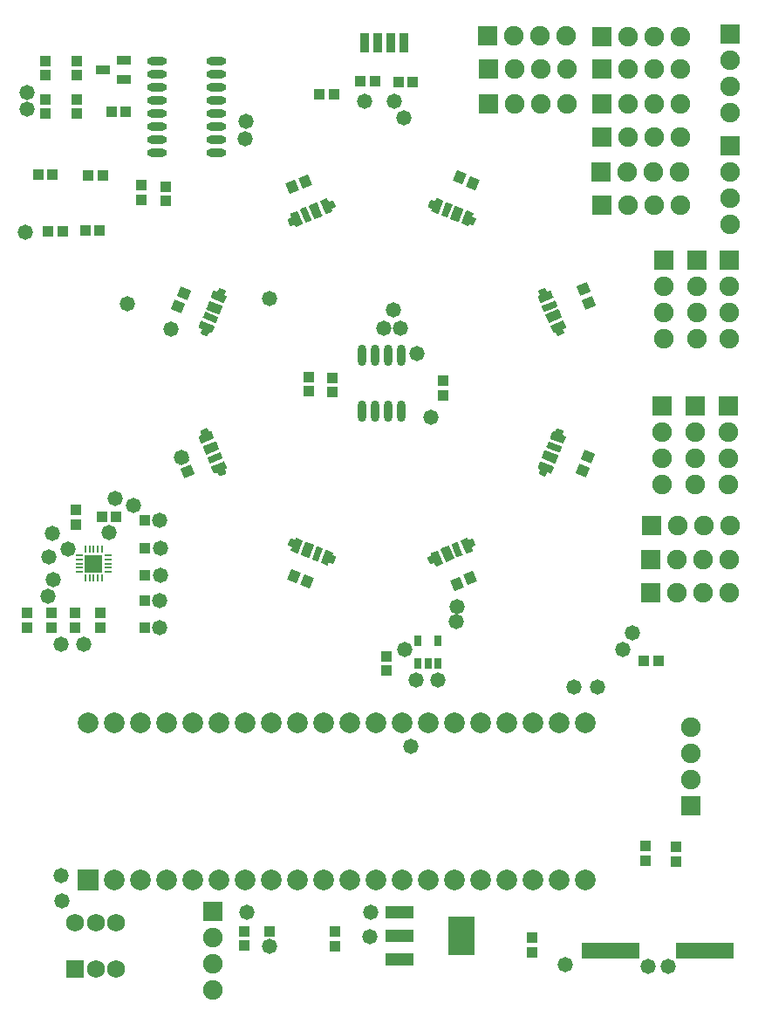
<source format=gts>
G04*
G04 #@! TF.GenerationSoftware,Altium Limited,Altium Designer,23.5.1 (21)*
G04*
G04 Layer_Color=8388736*
%FSLAX44Y44*%
%MOMM*%
G71*
G04*
G04 #@! TF.SameCoordinates,5C111197-4597-48D1-979B-7C2AAD06A796*
G04*
G04*
G04 #@! TF.FilePolarity,Negative*
G04*
G01*
G75*
%ADD25R,1.7018X1.7018*%
%ADD26R,0.7620X0.2540*%
%ADD27R,0.2540X0.7620*%
%ADD36R,5.7032X1.5032*%
%ADD37R,1.1032X1.0032*%
%ADD38O,1.9482X0.7632*%
%ADD39R,0.7000X1.1000*%
%ADD40O,0.8332X2.0682*%
%ADD41R,1.0032X1.1032*%
G04:AMPARAMS|DCode=42|XSize=1.0032mm|YSize=1.1032mm|CornerRadius=0mm|HoleSize=0mm|Usage=FLASHONLY|Rotation=337.500|XOffset=0mm|YOffset=0mm|HoleType=Round|Shape=Rectangle|*
%AMROTATEDRECTD42*
4,1,4,-0.6745,-0.3177,-0.2523,0.7016,0.6745,0.3177,0.2523,-0.7016,-0.6745,-0.3177,0.0*
%
%ADD42ROTATEDRECTD42*%

G04:AMPARAMS|DCode=43|XSize=1.0032mm|YSize=1.1032mm|CornerRadius=0mm|HoleSize=0mm|Usage=FLASHONLY|Rotation=202.500|XOffset=0mm|YOffset=0mm|HoleType=Round|Shape=Rectangle|*
%AMROTATEDRECTD43*
4,1,4,0.2523,0.7016,0.6745,-0.3177,-0.2523,-0.7016,-0.6745,0.3177,0.2523,0.7016,0.0*
%
%ADD43ROTATEDRECTD43*%

%ADD44R,0.9000X1.9000*%
%ADD45R,1.4532X0.9032*%
%ADD46R,2.5432X3.8032*%
%ADD47R,2.7032X1.3032*%
G04:AMPARAMS|DCode=48|XSize=1.0032mm|YSize=1.1032mm|CornerRadius=0mm|HoleSize=0mm|Usage=FLASHONLY|Rotation=247.500|XOffset=0mm|YOffset=0mm|HoleType=Round|Shape=Rectangle|*
%AMROTATEDRECTD48*
4,1,4,-0.3177,0.6745,0.7016,0.2523,0.3177,-0.6745,-0.7016,-0.2523,-0.3177,0.6745,0.0*
%
%ADD48ROTATEDRECTD48*%

G04:AMPARAMS|DCode=49|XSize=1.0032mm|YSize=1.1032mm|CornerRadius=0mm|HoleSize=0mm|Usage=FLASHONLY|Rotation=112.500|XOffset=0mm|YOffset=0mm|HoleType=Round|Shape=Rectangle|*
%AMROTATEDRECTD49*
4,1,4,0.7016,-0.2523,-0.3177,-0.6745,-0.7016,0.2523,0.3177,0.6745,0.7016,-0.2523,0.0*
%
%ADD49ROTATEDRECTD49*%

%ADD50C,1.9032*%
%ADD51R,1.9032X1.9032*%
%ADD52R,1.9032X1.9032*%
%ADD53C,2.0032*%
%ADD54R,2.0032X2.0032*%
%ADD55R,1.7272X1.7272*%
%ADD56C,1.7272*%
%ADD57C,1.4732*%
G36*
X1121935Y1283367D02*
X1122065Y1283341D01*
X1122191Y1283298D01*
X1122311Y1283239D01*
X1122421Y1283165D01*
X1122522Y1283078D01*
X1122609Y1282977D01*
X1122683Y1282867D01*
X1122742Y1282747D01*
X1124075Y1279530D01*
X1125444Y1280097D01*
X1125570Y1280140D01*
X1125701Y1280166D01*
X1125833Y1280175D01*
X1125966Y1280166D01*
X1126097Y1280140D01*
X1126223Y1280097D01*
X1126342Y1280038D01*
X1126453Y1279964D01*
X1126553Y1279877D01*
X1126641Y1279777D01*
X1126715Y1279666D01*
X1126774Y1279546D01*
X1128879Y1274465D01*
X1128922Y1274339D01*
X1128948Y1274208D01*
X1128956Y1274075D01*
Y1274075D01*
D01*
X1128948Y1273943D01*
X1128922Y1273812D01*
X1128879Y1273686D01*
X1128820Y1273566D01*
X1128775Y1273500D01*
X1128746Y1273456D01*
X1128702Y1273406D01*
X1128658Y1273355D01*
X1128558Y1273268D01*
X1128447Y1273194D01*
X1128328Y1273135D01*
X1117241Y1268543D01*
X1117115Y1268500D01*
X1116984Y1268474D01*
X1116852Y1268465D01*
D01*
X1116852D01*
X1116719Y1268474D01*
X1116588Y1268500D01*
X1116462Y1268543D01*
X1116342Y1268602D01*
X1116232Y1268676D01*
X1116132Y1268763D01*
X1116044Y1268864D01*
X1115970Y1268974D01*
X1115911Y1269094D01*
X1113806Y1274175D01*
X1113763Y1274301D01*
X1113737Y1274432D01*
X1113729Y1274565D01*
X1113737Y1274697D01*
X1113763Y1274828D01*
X1113806Y1274954D01*
X1113865Y1275073D01*
X1113939Y1275184D01*
X1114027Y1275284D01*
X1114127Y1275372D01*
X1114238Y1275446D01*
X1114357Y1275505D01*
X1117112Y1276646D01*
X1115779Y1279863D01*
X1115779Y1279863D01*
X1115751Y1279946D01*
X1115736Y1279989D01*
X1115711Y1280120D01*
X1115702Y1280253D01*
D01*
Y1280253D01*
X1115711Y1280386D01*
X1115736Y1280516D01*
X1115779Y1280642D01*
X1115838Y1280762D01*
X1115912Y1280872D01*
X1116000Y1280973D01*
X1116100Y1281060D01*
X1116211Y1281134D01*
X1116330Y1281193D01*
X1121412Y1283298D01*
X1121538Y1283341D01*
X1121669Y1283367D01*
X1121802Y1283376D01*
X1121802D01*
D01*
X1121935Y1283367D01*
D02*
G37*
G36*
X1130215Y1270561D02*
X1130346Y1270535D01*
X1130472Y1270492D01*
X1130591Y1270433D01*
X1130658Y1270389D01*
X1130702Y1270359D01*
X1130752Y1270315D01*
X1130802Y1270272D01*
X1130890Y1270171D01*
X1130964Y1270061D01*
X1131023Y1269941D01*
X1133702Y1263474D01*
X1133745Y1263348D01*
X1133771Y1263217D01*
X1133779Y1263084D01*
X1133771Y1262952D01*
X1133745Y1262821D01*
X1133702Y1262695D01*
X1133643Y1262575D01*
X1133569Y1262465D01*
X1133481Y1262364D01*
X1133428Y1262318D01*
X1133381Y1262277D01*
X1133307Y1262227D01*
X1133270Y1262203D01*
X1133151Y1262144D01*
X1122064Y1257551D01*
X1121938Y1257509D01*
X1121807Y1257483D01*
X1121674Y1257474D01*
X1121542Y1257483D01*
X1121411Y1257509D01*
X1121285Y1257551D01*
X1121165Y1257610D01*
X1121055Y1257684D01*
X1120955Y1257772D01*
X1120867Y1257872D01*
X1120793Y1257983D01*
X1120734Y1258103D01*
X1118055Y1264570D01*
X1118012Y1264696D01*
X1117986Y1264826D01*
X1117978Y1264959D01*
X1117986Y1265092D01*
X1118012Y1265223D01*
X1118055Y1265349D01*
X1118114Y1265468D01*
X1118188Y1265579D01*
X1118276Y1265679D01*
X1118329Y1265726D01*
X1118376Y1265767D01*
X1118450Y1265816D01*
X1118487Y1265841D01*
X1118606Y1265900D01*
X1129693Y1270492D01*
X1129819Y1270535D01*
X1129949Y1270561D01*
X1130082Y1270570D01*
X1130215Y1270561D01*
D02*
G37*
G36*
X1138251Y1251160D02*
X1138328Y1251144D01*
X1138381Y1251134D01*
X1138381Y1251134D01*
D01*
X1138507Y1251091D01*
X1138627Y1251032D01*
X1138693Y1250988D01*
X1138737Y1250958D01*
X1138792Y1250910D01*
X1138838Y1250870D01*
X1138925Y1250770D01*
X1138999Y1250660D01*
D01*
X1138999Y1250659D01*
X1139058Y1250540D01*
X1139058Y1250540D01*
X1141164Y1245458D01*
X1141164Y1245458D01*
X1141164Y1245458D01*
X1141180Y1245409D01*
X1141207Y1245332D01*
X1141207Y1245332D01*
X1141207Y1245332D01*
X1141228Y1245225D01*
X1141233Y1245201D01*
Y1245201D01*
X1141233Y1245201D01*
X1141238Y1245115D01*
X1141241Y1245069D01*
X1141241Y1245068D01*
X1141241Y1245068D01*
X1141237Y1244998D01*
X1141233Y1244936D01*
X1141233Y1244935D01*
X1141233Y1244935D01*
X1141219Y1244865D01*
X1141207Y1244805D01*
X1141207Y1244805D01*
X1141207Y1244805D01*
X1141183Y1244736D01*
X1141164Y1244679D01*
X1141164Y1244679D01*
X1141164Y1244678D01*
X1141131Y1244612D01*
X1141105Y1244559D01*
X1141105Y1244559D01*
X1141105Y1244559D01*
X1141045Y1244469D01*
X1141031Y1244449D01*
X1141031Y1244449D01*
X1141031Y1244448D01*
X1140986Y1244398D01*
X1140943Y1244349D01*
X1140943Y1244348D01*
X1140943Y1244348D01*
X1140918Y1244326D01*
X1140843Y1244261D01*
X1140843Y1244261D01*
X1140843Y1244260D01*
X1140788Y1244224D01*
X1140732Y1244187D01*
X1140732Y1244187D01*
X1140732Y1244186D01*
X1140679Y1244161D01*
X1140613Y1244128D01*
X1140613Y1244128D01*
X1140612Y1244128D01*
X1139243Y1243561D01*
X1140575Y1240344D01*
X1140618Y1240218D01*
X1140644Y1240087D01*
X1140653Y1239954D01*
Y1239954D01*
D01*
X1140644Y1239821D01*
X1140618Y1239691D01*
X1140576Y1239565D01*
X1140556Y1239525D01*
X1140517Y1239445D01*
X1140443Y1239334D01*
X1140396Y1239281D01*
X1140355Y1239234D01*
X1140255Y1239146D01*
X1140144Y1239072D01*
X1140025Y1239014D01*
X1134944Y1236908D01*
X1134818Y1236865D01*
X1134687Y1236840D01*
X1134687D01*
X1134687Y1236840D01*
X1134606Y1236834D01*
X1134554Y1236831D01*
X1134554D01*
X1134554D01*
X1134502Y1236834D01*
X1134421Y1236840D01*
X1134421Y1236840D01*
X1134421D01*
X1134396Y1236844D01*
X1134290Y1236865D01*
X1134290Y1236865D01*
D01*
X1134287Y1236867D01*
X1134164Y1236908D01*
X1134045Y1236967D01*
D01*
X1134045Y1236967D01*
X1133934Y1237041D01*
X1133886Y1237083D01*
X1133834Y1237129D01*
X1133746Y1237229D01*
X1133746Y1237229D01*
X1133746Y1237229D01*
X1133697Y1237302D01*
X1133672Y1237340D01*
X1133672Y1237340D01*
X1133672Y1237340D01*
X1133613Y1237459D01*
X1132281Y1240676D01*
X1129527Y1239536D01*
X1129469Y1239516D01*
X1129401Y1239493D01*
X1129401Y1239493D01*
X1129401Y1239493D01*
X1129348Y1239482D01*
X1129271Y1239467D01*
X1129271D01*
X1129270Y1239467D01*
X1129208Y1239463D01*
X1129138Y1239458D01*
X1129138D01*
X1129138D01*
X1129072Y1239463D01*
X1129005Y1239467D01*
X1129005Y1239467D01*
X1129005D01*
X1128954Y1239477D01*
X1128874Y1239493D01*
X1128874Y1239493D01*
X1128874Y1239493D01*
X1128827Y1239509D01*
X1128748Y1239536D01*
X1128748Y1239536D01*
X1128748Y1239536D01*
X1128628Y1239595D01*
X1128559Y1239641D01*
X1128518Y1239669D01*
X1128518Y1239669D01*
X1128518Y1239669D01*
X1128488Y1239695D01*
X1128418Y1239756D01*
X1128418Y1239757D01*
X1128418Y1239757D01*
X1128389Y1239789D01*
X1128330Y1239857D01*
X1128256Y1239967D01*
D01*
X1128256Y1239967D01*
X1128215Y1240051D01*
X1128197Y1240087D01*
X1128197Y1240087D01*
X1128197Y1240087D01*
Y1240087D01*
X1126091Y1245169D01*
X1126091Y1245169D01*
X1126091Y1245169D01*
X1126064Y1245247D01*
X1126048Y1245295D01*
X1126048Y1245295D01*
X1126048Y1245295D01*
X1126035Y1245361D01*
X1126022Y1245425D01*
Y1245425D01*
X1126022Y1245425D01*
X1126018Y1245489D01*
X1126013Y1245558D01*
Y1245558D01*
Y1245558D01*
X1126018Y1245624D01*
X1126022Y1245691D01*
X1126022Y1245691D01*
Y1245691D01*
X1126032Y1245742D01*
X1126048Y1245822D01*
X1126048Y1245822D01*
X1126048Y1245822D01*
X1126091Y1245948D01*
X1126150Y1246068D01*
X1126196Y1246137D01*
X1126224Y1246178D01*
X1126224Y1246178D01*
X1126224Y1246178D01*
X1126312Y1246278D01*
X1126368Y1246328D01*
X1126412Y1246366D01*
X1126522Y1246440D01*
D01*
X1126522Y1246440D01*
X1126606Y1246481D01*
X1126642Y1246499D01*
X1126642Y1246499D01*
X1126642Y1246499D01*
X1137728Y1251091D01*
X1137809Y1251118D01*
X1137854Y1251134D01*
X1137854Y1251134D01*
X1137854D01*
X1137881Y1251139D01*
X1137985Y1251160D01*
X1138118Y1251169D01*
X1138118D01*
X1138118D01*
X1138251Y1251160D01*
D02*
G37*
G36*
X1134616Y1259937D02*
X1134746Y1259911D01*
X1134873Y1259868D01*
X1134992Y1259809D01*
X1135103Y1259735D01*
X1135203Y1259647D01*
X1135291Y1259547D01*
X1135365Y1259436D01*
X1135424Y1259317D01*
X1137146Y1255159D01*
X1137188Y1255033D01*
X1137214Y1254902D01*
X1137223Y1254770D01*
X1137214Y1254637D01*
X1137188Y1254506D01*
X1137146Y1254380D01*
X1137087Y1254260D01*
X1137013Y1254150D01*
X1136925Y1254050D01*
X1136872Y1254003D01*
X1136825Y1253962D01*
X1136714Y1253888D01*
X1136595Y1253829D01*
X1125508Y1249237D01*
X1125382Y1249194D01*
X1125251Y1249168D01*
X1125118Y1249159D01*
X1124986Y1249168D01*
X1124855Y1249194D01*
X1124729Y1249237D01*
X1124609Y1249296D01*
X1124499Y1249370D01*
X1124398Y1249457D01*
X1124311Y1249557D01*
X1124237Y1249668D01*
X1124178Y1249788D01*
X1122456Y1253945D01*
X1122413Y1254071D01*
X1122387Y1254202D01*
X1122378Y1254335D01*
X1122387Y1254468D01*
X1122413Y1254598D01*
X1122456Y1254725D01*
X1122514Y1254844D01*
X1122559Y1254910D01*
X1122589Y1254955D01*
X1122632Y1255005D01*
X1122676Y1255055D01*
X1122730Y1255102D01*
X1122776Y1255143D01*
X1122887Y1255217D01*
X1123007Y1255276D01*
X1134093Y1259868D01*
X1134219Y1259911D01*
X1134350Y1259937D01*
X1134483Y1259945D01*
X1134616Y1259937D01*
D02*
G37*
G36*
X1209074Y1176982D02*
X1209205Y1176956D01*
X1209331Y1176913D01*
X1214412Y1174809D01*
X1214532Y1174750D01*
X1214642Y1174676D01*
X1214743Y1174588D01*
X1214786Y1174538D01*
X1214830Y1174488D01*
X1214860Y1174443D01*
X1214904Y1174377D01*
X1214963Y1174257D01*
X1215006Y1174131D01*
X1215032Y1174001D01*
X1215041Y1173868D01*
X1215032Y1173735D01*
X1215006Y1173604D01*
X1214963Y1173478D01*
X1210371Y1162392D01*
X1210312Y1162272D01*
X1210238Y1162161D01*
X1210150Y1162061D01*
X1210050Y1161973D01*
X1209939Y1161899D01*
X1209820Y1161841D01*
X1209694Y1161798D01*
X1209563Y1161772D01*
X1209430Y1161763D01*
X1209297Y1161772D01*
X1209167Y1161798D01*
X1209041Y1161841D01*
X1203960Y1163945D01*
X1203840Y1164004D01*
X1203729Y1164078D01*
X1203629Y1164166D01*
X1203541Y1164266D01*
X1203467Y1164377D01*
X1203409Y1164496D01*
X1203366Y1164622D01*
X1203340Y1164753D01*
X1203331Y1164886D01*
X1203340Y1165019D01*
X1203366Y1165150D01*
X1203409Y1165276D01*
X1204549Y1168030D01*
X1201333Y1169363D01*
X1201213Y1169422D01*
X1201102Y1169496D01*
X1201002Y1169583D01*
X1200914Y1169684D01*
X1200840Y1169794D01*
X1200781Y1169914D01*
X1200739Y1170040D01*
X1200713Y1170171D01*
X1200704Y1170303D01*
X1200713Y1170436D01*
X1200739Y1170567D01*
X1200781Y1170693D01*
X1202886Y1175775D01*
X1202945Y1175894D01*
X1203019Y1176005D01*
X1203107Y1176105D01*
X1203207Y1176193D01*
X1203318Y1176267D01*
X1203438Y1176326D01*
X1203564Y1176368D01*
X1203694Y1176395D01*
X1203827Y1176403D01*
X1203960Y1176395D01*
X1204091Y1176368D01*
X1204217Y1176326D01*
X1207434Y1174993D01*
X1208001Y1176362D01*
X1208060Y1176482D01*
X1208134Y1176592D01*
X1208221Y1176693D01*
X1208322Y1176780D01*
X1208432Y1176854D01*
X1208552Y1176913D01*
X1208678Y1176956D01*
X1208809Y1176982D01*
X1208941Y1176991D01*
D01*
X1208941D01*
X1209074Y1176982D01*
D02*
G37*
G36*
X1218870Y1173195D02*
X1219001Y1173169D01*
X1219127Y1173126D01*
X1225594Y1170447D01*
X1225714Y1170388D01*
X1225825Y1170314D01*
X1225925Y1170227D01*
X1226012Y1170126D01*
X1226086Y1170016D01*
X1226145Y1169896D01*
X1226188Y1169770D01*
X1226214Y1169640D01*
X1226223Y1169507D01*
Y1169507D01*
D01*
X1226214Y1169374D01*
X1226188Y1169243D01*
X1226145Y1169117D01*
X1221553Y1158030D01*
X1221494Y1157911D01*
X1221420Y1157800D01*
X1221332Y1157700D01*
X1221232Y1157612D01*
X1221122Y1157538D01*
X1221002Y1157479D01*
X1220876Y1157437D01*
X1220745Y1157411D01*
X1220612Y1157402D01*
D01*
X1220612D01*
X1220480Y1157411D01*
X1220349Y1157437D01*
X1220223Y1157479D01*
X1213756Y1160158D01*
X1213636Y1160217D01*
X1213525Y1160291D01*
X1213425Y1160379D01*
X1213338Y1160479D01*
X1213263Y1160590D01*
X1213205Y1160709D01*
X1213162Y1160835D01*
X1213136Y1160966D01*
X1213127Y1161099D01*
Y1161099D01*
D01*
X1213136Y1161232D01*
X1213162Y1161362D01*
X1213205Y1161488D01*
X1217797Y1172575D01*
X1217856Y1172694D01*
X1217930Y1172805D01*
X1218018Y1172905D01*
X1218068Y1172949D01*
X1218118Y1172993D01*
X1218162Y1173023D01*
X1218228Y1173067D01*
X1218348Y1173126D01*
X1218474Y1173169D01*
X1218605Y1173195D01*
X1218737Y1173204D01*
D01*
X1218737D01*
X1218870Y1173195D01*
D02*
G37*
G36*
X1229495Y1168794D02*
X1229625Y1168768D01*
X1229668Y1168754D01*
X1229752Y1168726D01*
X1229752Y1168725D01*
X1233909Y1167003D01*
X1234029Y1166945D01*
X1234139Y1166870D01*
X1234240Y1166783D01*
X1234327Y1166683D01*
X1234401Y1166572D01*
X1234460Y1166452D01*
X1234503Y1166326D01*
X1234529Y1166196D01*
X1234538Y1166063D01*
Y1166063D01*
D01*
X1234529Y1165930D01*
X1234503Y1165799D01*
X1234460Y1165673D01*
X1229868Y1154586D01*
X1229809Y1154467D01*
X1229735Y1154356D01*
X1229647Y1154256D01*
X1229547Y1154168D01*
X1229436Y1154094D01*
X1229317Y1154035D01*
X1229191Y1153993D01*
X1229060Y1153967D01*
X1228927Y1153958D01*
X1228927D01*
D01*
X1228794Y1153967D01*
X1228664Y1153993D01*
X1228621Y1154007D01*
X1228538Y1154035D01*
X1228538Y1154035D01*
X1224380Y1155758D01*
X1224261Y1155816D01*
X1224150Y1155891D01*
X1224050Y1155978D01*
X1223962Y1156078D01*
X1223932Y1156123D01*
X1223888Y1156189D01*
X1223829Y1156309D01*
X1223786Y1156435D01*
X1223760Y1156565D01*
X1223752Y1156698D01*
Y1156698D01*
D01*
X1223760Y1156831D01*
X1223786Y1156962D01*
X1223829Y1157088D01*
X1228421Y1168174D01*
X1228480Y1168294D01*
X1228554Y1168405D01*
X1228642Y1168505D01*
X1228742Y1168593D01*
X1228853Y1168667D01*
X1228972Y1168726D01*
X1229098Y1168768D01*
X1229229Y1168794D01*
X1229362Y1168803D01*
X1229362D01*
D01*
X1229495Y1168794D01*
D02*
G37*
G36*
X1238173Y1165164D02*
X1238271Y1165158D01*
X1238402Y1165132D01*
X1238402D01*
X1238402Y1165132D01*
X1238528Y1165089D01*
X1238528Y1165089D01*
X1243610Y1162985D01*
X1243610Y1162985D01*
X1243611Y1162984D01*
X1243719Y1162931D01*
X1243730Y1162926D01*
X1243730D01*
X1243730Y1162926D01*
X1243790Y1162886D01*
X1243840Y1162852D01*
X1243841Y1162852D01*
X1243841Y1162851D01*
X1243893Y1162805D01*
X1243941Y1162764D01*
X1243941Y1162764D01*
X1243941Y1162764D01*
X1244013Y1162682D01*
X1244028Y1162664D01*
X1244028Y1162664D01*
X1244029Y1162663D01*
X1244072Y1162598D01*
X1244102Y1162553D01*
X1244102Y1162553D01*
X1244102Y1162553D01*
X1244128Y1162500D01*
X1244161Y1162434D01*
X1244161Y1162433D01*
X1244161Y1162433D01*
X1244181Y1162376D01*
X1244204Y1162308D01*
X1244204Y1162307D01*
X1244204Y1162307D01*
X1244217Y1162241D01*
X1244230Y1162177D01*
Y1162177D01*
X1244230Y1162177D01*
X1244234Y1162109D01*
X1244239Y1162044D01*
Y1162044D01*
Y1162044D01*
X1244234Y1161978D01*
X1244230Y1161911D01*
X1244230Y1161911D01*
Y1161911D01*
X1244217Y1161847D01*
X1244204Y1161780D01*
X1244204Y1161780D01*
X1244204Y1161780D01*
X1244184Y1161721D01*
X1244161Y1161654D01*
X1244161Y1161654D01*
X1244161Y1161654D01*
X1243593Y1160285D01*
X1246810Y1158952D01*
X1246811Y1158952D01*
X1246850Y1158933D01*
X1246930Y1158894D01*
X1247041Y1158820D01*
X1247141Y1158732D01*
X1247218Y1158644D01*
X1247229Y1158632D01*
X1247253Y1158595D01*
X1247303Y1158521D01*
X1247362Y1158401D01*
X1247404Y1158275D01*
X1247430Y1158145D01*
X1247439Y1158012D01*
Y1158012D01*
D01*
X1247439Y1158003D01*
X1247430Y1157879D01*
X1247410Y1157774D01*
X1247404Y1157748D01*
X1247362Y1157622D01*
X1245257Y1152541D01*
X1245257Y1152541D01*
X1245257Y1152541D01*
X1245239Y1152504D01*
X1245199Y1152421D01*
X1245199Y1152421D01*
D01*
X1245198Y1152420D01*
X1245125Y1152310D01*
X1245125Y1152310D01*
X1245125Y1152310D01*
X1245037Y1152210D01*
X1244957Y1152140D01*
X1244937Y1152122D01*
X1244937Y1152122D01*
X1244937Y1152122D01*
X1244864Y1152074D01*
X1244826Y1152048D01*
X1244826Y1152048D01*
X1244826Y1152048D01*
X1244783Y1152027D01*
X1244706Y1151990D01*
X1244580Y1151947D01*
X1244450Y1151921D01*
X1244450D01*
X1244450Y1151921D01*
X1244374Y1151916D01*
X1244317Y1151912D01*
X1244317D01*
X1244317D01*
X1244184Y1151921D01*
X1244093Y1151939D01*
X1244053Y1151947D01*
X1244053Y1151947D01*
X1244053Y1151947D01*
X1243984Y1151970D01*
X1243927Y1151990D01*
X1243927Y1151990D01*
X1243927Y1151990D01*
X1240710Y1153322D01*
X1239569Y1150569D01*
X1239512Y1150453D01*
X1239511Y1150449D01*
D01*
X1239511Y1150449D01*
X1239473Y1150394D01*
X1239437Y1150339D01*
X1239437Y1150339D01*
X1239437Y1150339D01*
X1239411Y1150309D01*
X1239349Y1150238D01*
X1239349Y1150238D01*
X1239349Y1150238D01*
X1239287Y1150184D01*
X1239249Y1150151D01*
X1239249Y1150151D01*
X1239249Y1150151D01*
X1239205Y1150121D01*
X1239138Y1150077D01*
X1239138Y1150077D01*
D01*
X1239135Y1150075D01*
X1239019Y1150018D01*
X1238893Y1149975D01*
D01*
X1238892Y1149975D01*
X1238805Y1149957D01*
X1238762Y1149949D01*
X1238762D01*
X1238762Y1149949D01*
X1238690Y1149944D01*
X1238629Y1149940D01*
X1238629D01*
X1238629D01*
X1238568Y1149944D01*
X1238496Y1149949D01*
X1238496Y1149949D01*
X1238496D01*
X1238445Y1149959D01*
X1238365Y1149975D01*
X1238365Y1149975D01*
X1238365Y1149975D01*
X1238239Y1150018D01*
X1238239Y1150018D01*
X1233157Y1152122D01*
X1233157Y1152122D01*
X1233037Y1152181D01*
X1232926Y1152255D01*
X1232859Y1152314D01*
X1232826Y1152342D01*
X1232826Y1152343D01*
X1232826Y1152343D01*
X1232772Y1152404D01*
X1232739Y1152443D01*
X1232739Y1152443D01*
X1232738Y1152443D01*
X1232666Y1152552D01*
X1232665Y1152553D01*
D01*
X1232664Y1152553D01*
X1232624Y1152637D01*
X1232606Y1152673D01*
X1232606Y1152673D01*
X1232606Y1152673D01*
X1232565Y1152792D01*
X1232563Y1152799D01*
D01*
X1232563Y1152799D01*
X1232545Y1152887D01*
X1232537Y1152929D01*
Y1152930D01*
X1232537Y1152930D01*
X1232532Y1153001D01*
X1232528Y1153062D01*
Y1153062D01*
Y1153063D01*
X1232532Y1153123D01*
X1232537Y1153195D01*
X1232537Y1153195D01*
Y1153195D01*
X1232547Y1153247D01*
X1232563Y1153326D01*
X1232563Y1153326D01*
X1232563Y1153326D01*
X1232606Y1153452D01*
X1237198Y1164538D01*
X1237226Y1164595D01*
X1237256Y1164658D01*
X1237256Y1164658D01*
D01*
X1237257Y1164658D01*
X1237330Y1164768D01*
X1237363Y1164805D01*
X1237418Y1164868D01*
X1237464Y1164908D01*
X1237518Y1164956D01*
X1237629Y1165030D01*
D01*
X1237629Y1165030D01*
X1237749Y1165089D01*
X1237830Y1165117D01*
X1237875Y1165132D01*
X1237875Y1165132D01*
X1237875D01*
X1238005Y1165158D01*
X1238103Y1165164D01*
X1238138Y1165167D01*
X1238138D01*
X1238138D01*
X1238173Y1165164D01*
D02*
G37*
G36*
X1134368Y1419237D02*
X1134499Y1419211D01*
X1134625Y1419168D01*
X1139707Y1417063D01*
X1139826Y1417004D01*
X1139937Y1416930D01*
X1140037Y1416842D01*
X1140125Y1416742D01*
X1140199Y1416631D01*
X1140258Y1416512D01*
X1140301Y1416386D01*
X1140327Y1416255D01*
X1140335Y1416122D01*
X1140327Y1415990D01*
X1140301Y1415859D01*
X1140258Y1415733D01*
X1138925Y1412516D01*
X1140294Y1411949D01*
X1140414Y1411890D01*
X1140524Y1411816D01*
X1140624Y1411728D01*
X1140712Y1411628D01*
X1140786Y1411517D01*
X1140845Y1411398D01*
X1140888Y1411272D01*
X1140914Y1411141D01*
X1140923Y1411008D01*
D01*
Y1411008D01*
X1140914Y1410875D01*
X1140888Y1410745D01*
X1140845Y1410619D01*
X1138740Y1405537D01*
X1138682Y1405418D01*
X1138608Y1405307D01*
X1138520Y1405207D01*
X1138470Y1405163D01*
X1138420Y1405119D01*
X1138375Y1405090D01*
X1138309Y1405045D01*
X1138189Y1404986D01*
X1138063Y1404944D01*
X1137933Y1404917D01*
X1137800Y1404909D01*
X1137667Y1404917D01*
X1137536Y1404944D01*
X1137410Y1404986D01*
X1126324Y1409579D01*
X1126204Y1409637D01*
X1126093Y1409711D01*
X1125993Y1409799D01*
X1125906Y1409899D01*
X1125832Y1410010D01*
X1125773Y1410130D01*
X1125730Y1410256D01*
X1125704Y1410386D01*
X1125695Y1410519D01*
X1125704Y1410652D01*
X1125730Y1410783D01*
X1125773Y1410909D01*
X1127877Y1415990D01*
X1127936Y1416109D01*
X1128010Y1416220D01*
X1128098Y1416320D01*
X1128198Y1416408D01*
X1128309Y1416482D01*
X1128428Y1416541D01*
X1128554Y1416584D01*
X1128685Y1416610D01*
X1128818Y1416619D01*
X1128951Y1416610D01*
X1129081Y1416584D01*
X1129208Y1416541D01*
X1131962Y1415400D01*
X1133295Y1418617D01*
X1133354Y1418736D01*
X1133428Y1418847D01*
X1133515Y1418947D01*
X1133616Y1419035D01*
X1133726Y1419109D01*
X1133846Y1419168D01*
X1133972Y1419211D01*
X1134102Y1419237D01*
X1134235Y1419245D01*
X1134368Y1419237D01*
D02*
G37*
G36*
X1125164Y1406814D02*
X1125294Y1406788D01*
X1125421Y1406745D01*
X1136507Y1402153D01*
X1136627Y1402094D01*
X1136737Y1402020D01*
X1136837Y1401932D01*
X1136881Y1401882D01*
X1136925Y1401832D01*
X1136955Y1401788D01*
X1136999Y1401721D01*
X1137058Y1401602D01*
X1137101Y1401476D01*
X1137127Y1401345D01*
X1137136Y1401212D01*
D01*
Y1401212D01*
X1137127Y1401079D01*
X1137101Y1400948D01*
X1137058Y1400822D01*
X1134379Y1394355D01*
X1134320Y1394236D01*
X1134246Y1394125D01*
X1134159Y1394025D01*
X1134058Y1393937D01*
X1133948Y1393863D01*
X1133828Y1393804D01*
X1133702Y1393761D01*
X1133571Y1393735D01*
X1133439Y1393727D01*
X1133439D01*
D01*
X1133306Y1393735D01*
X1133175Y1393761D01*
X1133049Y1393804D01*
X1121962Y1398396D01*
X1121843Y1398455D01*
X1121732Y1398529D01*
X1121632Y1398617D01*
X1121544Y1398717D01*
X1121470Y1398828D01*
X1121411Y1398947D01*
X1121369Y1399074D01*
X1121343Y1399204D01*
X1121334Y1399337D01*
D01*
Y1399337D01*
X1121343Y1399470D01*
X1121369Y1399601D01*
X1121411Y1399727D01*
X1124090Y1406194D01*
X1124149Y1406313D01*
X1124223Y1406424D01*
X1124311Y1406524D01*
X1124411Y1406612D01*
X1124522Y1406686D01*
X1124641Y1406745D01*
X1124767Y1406788D01*
X1124898Y1406814D01*
X1125031Y1406822D01*
X1125031D01*
D01*
X1125164Y1406814D01*
D02*
G37*
G36*
X1120763Y1396190D02*
X1120893Y1396164D01*
X1121019Y1396121D01*
X1132106Y1391529D01*
X1132225Y1391470D01*
X1132336Y1391396D01*
X1132436Y1391308D01*
X1132524Y1391208D01*
X1132598Y1391097D01*
X1132657Y1390978D01*
X1132700Y1390852D01*
X1132726Y1390721D01*
X1132735Y1390588D01*
Y1390588D01*
D01*
X1132726Y1390455D01*
X1132700Y1390325D01*
X1132685Y1390282D01*
X1132657Y1390199D01*
X1132657Y1390198D01*
X1130935Y1386041D01*
X1130876Y1385921D01*
X1130802Y1385811D01*
X1130714Y1385711D01*
X1130614Y1385623D01*
X1130503Y1385549D01*
X1130384Y1385490D01*
X1130258Y1385447D01*
X1130127Y1385421D01*
X1129994Y1385412D01*
X1129994D01*
D01*
X1129861Y1385421D01*
X1129731Y1385447D01*
X1129604Y1385490D01*
X1118518Y1390082D01*
X1118399Y1390141D01*
X1118288Y1390215D01*
X1118188Y1390303D01*
X1118100Y1390403D01*
X1118026Y1390514D01*
X1117967Y1390633D01*
X1117924Y1390759D01*
X1117898Y1390890D01*
X1117889Y1391023D01*
Y1391023D01*
D01*
X1117898Y1391156D01*
X1117924Y1391286D01*
X1117939Y1391329D01*
X1117967Y1391412D01*
X1117967Y1391413D01*
X1119689Y1395570D01*
X1119748Y1395689D01*
X1119822Y1395800D01*
X1119910Y1395900D01*
X1120010Y1395988D01*
X1120054Y1396018D01*
X1120121Y1396062D01*
X1120240Y1396121D01*
X1120366Y1396164D01*
X1120497Y1396190D01*
X1120630Y1396198D01*
X1120630D01*
D01*
X1120763Y1396190D01*
D02*
G37*
G36*
X1117055Y1387418D02*
X1117127Y1387413D01*
X1117127Y1387413D01*
X1117127D01*
X1117178Y1387403D01*
X1117257Y1387387D01*
X1117258Y1387387D01*
X1117258Y1387387D01*
X1117384Y1387345D01*
X1128470Y1382753D01*
X1128527Y1382724D01*
X1128589Y1382694D01*
X1128589Y1382694D01*
D01*
X1128590Y1382693D01*
X1128700Y1382620D01*
X1128737Y1382587D01*
X1128800Y1382532D01*
X1128840Y1382487D01*
X1128888Y1382432D01*
X1128962Y1382321D01*
D01*
X1128962Y1382321D01*
X1129021Y1382201D01*
X1129048Y1382121D01*
X1129063Y1382075D01*
X1129064Y1382075D01*
Y1382075D01*
X1129090Y1381945D01*
X1129096Y1381847D01*
X1129098Y1381812D01*
Y1381812D01*
Y1381812D01*
X1129096Y1381777D01*
X1129090Y1381679D01*
X1129064Y1381548D01*
Y1381548D01*
X1129064Y1381548D01*
X1129021Y1381422D01*
X1129021Y1381422D01*
X1126916Y1376340D01*
X1126916Y1376340D01*
X1126916Y1376340D01*
X1126863Y1376232D01*
X1126857Y1376221D01*
Y1376220D01*
X1126857Y1376220D01*
X1126817Y1376160D01*
X1126783Y1376110D01*
X1126783Y1376109D01*
X1126783Y1376109D01*
X1126737Y1376057D01*
X1126695Y1376010D01*
X1126695Y1376010D01*
X1126695Y1376009D01*
X1126613Y1375938D01*
X1126595Y1375922D01*
X1126595Y1375922D01*
X1126595Y1375921D01*
X1126529Y1375878D01*
X1126485Y1375848D01*
X1126484Y1375848D01*
X1126484Y1375847D01*
X1126432Y1375822D01*
X1126365Y1375789D01*
X1126365Y1375789D01*
X1126365Y1375789D01*
X1126308Y1375769D01*
X1126239Y1375746D01*
X1126239Y1375746D01*
X1126239Y1375746D01*
X1126172Y1375733D01*
X1126108Y1375720D01*
X1126108D01*
X1126108Y1375720D01*
X1126041Y1375716D01*
X1125975Y1375711D01*
X1125975D01*
X1125975D01*
X1125910Y1375716D01*
X1125843Y1375720D01*
X1125842Y1375720D01*
X1125842D01*
X1125778Y1375733D01*
X1125712Y1375746D01*
X1125712Y1375746D01*
X1125712Y1375746D01*
X1125653Y1375766D01*
X1125586Y1375789D01*
X1125586Y1375789D01*
X1125585Y1375789D01*
X1124216Y1376357D01*
X1122884Y1373140D01*
X1122884Y1373139D01*
X1122864Y1373100D01*
X1122825Y1373020D01*
X1122751Y1372909D01*
X1122663Y1372809D01*
X1122575Y1372732D01*
X1122563Y1372721D01*
X1122526Y1372697D01*
X1122452Y1372647D01*
X1122333Y1372588D01*
X1122207Y1372546D01*
X1122076Y1372520D01*
X1121943Y1372511D01*
X1121943D01*
D01*
X1121935Y1372511D01*
X1121810Y1372520D01*
X1121706Y1372540D01*
X1121680Y1372545D01*
X1121554Y1372588D01*
X1116472Y1374693D01*
X1116472Y1374693D01*
X1116472Y1374693D01*
X1116435Y1374711D01*
X1116353Y1374751D01*
X1116353Y1374751D01*
D01*
X1116351Y1374752D01*
X1116242Y1374825D01*
X1116242Y1374825D01*
X1116242Y1374825D01*
X1116142Y1374913D01*
X1116072Y1374993D01*
X1116054Y1375013D01*
X1116054Y1375013D01*
X1116054Y1375013D01*
X1116005Y1375086D01*
X1115980Y1375124D01*
X1115980Y1375124D01*
X1115980Y1375124D01*
X1115959Y1375167D01*
X1115921Y1375244D01*
X1115878Y1375370D01*
X1115852Y1375500D01*
Y1375500D01*
X1115852Y1375500D01*
X1115847Y1375576D01*
X1115844Y1375633D01*
Y1375633D01*
Y1375633D01*
X1115852Y1375766D01*
X1115870Y1375857D01*
X1115878Y1375897D01*
X1115878Y1375897D01*
X1115878Y1375897D01*
X1115902Y1375967D01*
X1115921Y1376023D01*
X1115921Y1376023D01*
X1115921Y1376023D01*
X1117254Y1379240D01*
X1114500Y1380381D01*
X1114384Y1380438D01*
X1114381Y1380439D01*
D01*
X1114381Y1380439D01*
X1114325Y1380477D01*
X1114270Y1380513D01*
X1114270Y1380513D01*
X1114270Y1380513D01*
X1114240Y1380539D01*
X1114170Y1380601D01*
X1114170Y1380601D01*
X1114170Y1380601D01*
X1114116Y1380663D01*
X1114082Y1380701D01*
X1114082Y1380701D01*
X1114082Y1380701D01*
X1114053Y1380745D01*
X1114008Y1380812D01*
X1114008Y1380812D01*
D01*
X1114007Y1380815D01*
X1113949Y1380931D01*
X1113906Y1381057D01*
D01*
X1113906Y1381058D01*
X1113889Y1381145D01*
X1113880Y1381188D01*
Y1381188D01*
X1113880Y1381188D01*
X1113876Y1381260D01*
X1113872Y1381321D01*
Y1381321D01*
Y1381321D01*
X1113876Y1381382D01*
X1113880Y1381454D01*
X1113880Y1381454D01*
Y1381454D01*
X1113891Y1381505D01*
X1113906Y1381585D01*
X1113906Y1381585D01*
X1113906Y1381585D01*
X1113949Y1381711D01*
X1113949Y1381711D01*
X1116053Y1386793D01*
X1116053Y1386793D01*
X1116112Y1386913D01*
X1116186Y1387024D01*
X1116245Y1387091D01*
X1116274Y1387124D01*
X1116274Y1387124D01*
X1116274Y1387124D01*
X1116336Y1387178D01*
X1116374Y1387211D01*
X1116374Y1387211D01*
X1116374Y1387212D01*
X1116483Y1387284D01*
X1116485Y1387285D01*
D01*
X1116485Y1387286D01*
X1116568Y1387327D01*
X1116604Y1387344D01*
X1116604Y1387344D01*
X1116604Y1387345D01*
X1116723Y1387385D01*
X1116730Y1387387D01*
D01*
X1116730Y1387387D01*
X1116818Y1387405D01*
X1116861Y1387413D01*
X1116861D01*
X1116861Y1387413D01*
X1116933Y1387418D01*
X1116994Y1387422D01*
X1116994D01*
X1116994D01*
X1117055Y1387418D01*
D02*
G37*
G36*
X1209024Y1493959D02*
X1209092Y1493955D01*
X1209092Y1493955D01*
X1209092D01*
X1209143Y1493945D01*
X1209222Y1493929D01*
X1209222Y1493929D01*
X1209222Y1493929D01*
X1209349Y1493886D01*
X1209468Y1493827D01*
X1209538Y1493781D01*
X1209579Y1493753D01*
X1209579Y1493753D01*
X1209579Y1493753D01*
X1209679Y1493665D01*
X1209728Y1493609D01*
X1209767Y1493565D01*
X1209841Y1493455D01*
D01*
X1209841Y1493454D01*
X1209882Y1493371D01*
X1209900Y1493335D01*
X1209900Y1493335D01*
X1209900Y1493335D01*
X1214492Y1482249D01*
X1214519Y1482168D01*
X1214535Y1482123D01*
X1214535Y1482123D01*
Y1482123D01*
X1214540Y1482096D01*
X1214560Y1481992D01*
X1214569Y1481859D01*
Y1481859D01*
Y1481859D01*
X1214560Y1481727D01*
X1214545Y1481649D01*
X1214535Y1481596D01*
X1214535Y1481596D01*
D01*
X1214492Y1481470D01*
X1214433Y1481350D01*
X1214388Y1481284D01*
X1214359Y1481239D01*
X1214311Y1481185D01*
X1214271Y1481140D01*
X1214171Y1481052D01*
X1214060Y1480978D01*
D01*
X1214060Y1480978D01*
X1213941Y1480919D01*
X1213941Y1480919D01*
X1208859Y1478813D01*
X1208859Y1478813D01*
X1208858Y1478813D01*
X1208810Y1478797D01*
X1208733Y1478770D01*
X1208732Y1478770D01*
X1208732Y1478770D01*
X1208625Y1478749D01*
X1208602Y1478744D01*
X1208602D01*
X1208602Y1478744D01*
X1208515Y1478739D01*
X1208469Y1478736D01*
X1208469Y1478736D01*
X1208469Y1478736D01*
X1208399Y1478740D01*
X1208336Y1478744D01*
X1208336Y1478744D01*
X1208336Y1478744D01*
X1208266Y1478758D01*
X1208206Y1478770D01*
X1208205Y1478770D01*
X1208205Y1478770D01*
X1208136Y1478794D01*
X1208080Y1478813D01*
X1208079Y1478813D01*
X1208079Y1478813D01*
X1208012Y1478846D01*
X1207960Y1478872D01*
X1207960Y1478872D01*
X1207960Y1478872D01*
X1207870Y1478932D01*
X1207849Y1478946D01*
X1207849Y1478946D01*
X1207849Y1478946D01*
X1207799Y1478990D01*
X1207749Y1479034D01*
X1207749Y1479034D01*
X1207749Y1479034D01*
X1207727Y1479059D01*
X1207661Y1479134D01*
X1207661Y1479134D01*
X1207661Y1479134D01*
X1207625Y1479189D01*
X1207587Y1479245D01*
X1207587Y1479245D01*
X1207587Y1479245D01*
X1207561Y1479297D01*
X1207528Y1479364D01*
X1207528Y1479364D01*
X1207528Y1479364D01*
X1206961Y1480734D01*
X1203745Y1479401D01*
X1203618Y1479359D01*
X1203488Y1479333D01*
X1203355Y1479324D01*
X1203355D01*
D01*
X1203222Y1479333D01*
X1203091Y1479359D01*
X1202965Y1479401D01*
X1202926Y1479421D01*
X1202846Y1479460D01*
X1202735Y1479534D01*
X1202682Y1479581D01*
X1202635Y1479622D01*
X1202547Y1479722D01*
X1202473Y1479833D01*
X1202414Y1479952D01*
X1200309Y1485033D01*
X1200266Y1485159D01*
X1200240Y1485290D01*
Y1485290D01*
X1200240Y1485290D01*
X1200235Y1485371D01*
X1200231Y1485423D01*
Y1485423D01*
Y1485423D01*
X1200235Y1485475D01*
X1200240Y1485556D01*
X1200240Y1485556D01*
Y1485556D01*
X1200245Y1485581D01*
X1200266Y1485686D01*
X1200266Y1485687D01*
D01*
X1200267Y1485690D01*
X1200309Y1485813D01*
X1200368Y1485932D01*
D01*
X1200368Y1485932D01*
X1200442Y1486043D01*
X1200484Y1486091D01*
X1200530Y1486143D01*
X1200630Y1486231D01*
X1200630Y1486231D01*
X1200630Y1486231D01*
X1200703Y1486280D01*
X1200740Y1486305D01*
X1200741Y1486305D01*
X1200741Y1486305D01*
X1200860Y1486364D01*
X1204077Y1487696D01*
X1202937Y1490450D01*
X1202917Y1490508D01*
X1202894Y1490576D01*
X1202894Y1490576D01*
X1202894Y1490576D01*
X1202883Y1490629D01*
X1202868Y1490706D01*
Y1490706D01*
X1202868Y1490706D01*
X1202864Y1490770D01*
X1202859Y1490839D01*
Y1490839D01*
Y1490839D01*
X1202863Y1490905D01*
X1202868Y1490972D01*
X1202868Y1490972D01*
Y1490972D01*
X1202878Y1491023D01*
X1202894Y1491103D01*
X1202894Y1491103D01*
X1202894Y1491103D01*
X1202910Y1491150D01*
X1202936Y1491229D01*
X1202936Y1491229D01*
X1202937Y1491229D01*
X1202996Y1491349D01*
X1203042Y1491418D01*
X1203069Y1491459D01*
X1203070Y1491459D01*
X1203070Y1491459D01*
X1203095Y1491489D01*
X1203157Y1491559D01*
X1203157Y1491559D01*
X1203157Y1491559D01*
X1203190Y1491588D01*
X1203257Y1491647D01*
X1203368Y1491721D01*
D01*
X1203368Y1491721D01*
X1203451Y1491762D01*
X1203487Y1491780D01*
X1203488Y1491780D01*
X1203488Y1491780D01*
X1203488D01*
X1208569Y1493886D01*
X1208569Y1493886D01*
X1208569Y1493886D01*
X1208648Y1493913D01*
X1208695Y1493929D01*
X1208695Y1493929D01*
X1208696Y1493929D01*
X1208762Y1493942D01*
X1208826Y1493955D01*
X1208826D01*
X1208826Y1493955D01*
X1208889Y1493959D01*
X1208959Y1493964D01*
X1208959D01*
X1208959D01*
X1209024Y1493959D01*
D02*
G37*
G36*
X1238098Y1506240D02*
X1238229Y1506214D01*
X1238355Y1506171D01*
X1238474Y1506112D01*
X1238585Y1506038D01*
X1238685Y1505950D01*
X1238773Y1505850D01*
X1238847Y1505739D01*
X1238906Y1505620D01*
X1240047Y1502865D01*
X1243263Y1504198D01*
X1243264Y1504198D01*
X1243347Y1504226D01*
X1243390Y1504241D01*
X1243520Y1504267D01*
X1243653Y1504275D01*
D01*
X1243653D01*
X1243786Y1504267D01*
X1243917Y1504241D01*
X1244043Y1504198D01*
X1244162Y1504139D01*
X1244273Y1504065D01*
X1244373Y1503977D01*
X1244461Y1503877D01*
X1244535Y1503766D01*
X1244594Y1503647D01*
X1246699Y1498565D01*
X1246742Y1498439D01*
X1246768Y1498308D01*
X1246776Y1498175D01*
Y1498175D01*
D01*
X1246768Y1498042D01*
X1246742Y1497912D01*
X1246699Y1497786D01*
X1246640Y1497666D01*
X1246566Y1497556D01*
X1246478Y1497455D01*
X1246378Y1497368D01*
X1246267Y1497294D01*
X1246148Y1497235D01*
X1242931Y1495902D01*
X1243498Y1494533D01*
X1243541Y1494407D01*
X1243567Y1494276D01*
X1243576Y1494144D01*
X1243567Y1494011D01*
X1243541Y1493880D01*
X1243498Y1493754D01*
X1243439Y1493634D01*
X1243365Y1493524D01*
X1243277Y1493424D01*
X1243177Y1493336D01*
X1243066Y1493262D01*
X1242947Y1493203D01*
X1237866Y1491098D01*
X1237740Y1491055D01*
X1237609Y1491029D01*
X1237476Y1491021D01*
X1237476D01*
D01*
X1237343Y1491029D01*
X1237213Y1491055D01*
X1237086Y1491098D01*
X1236967Y1491157D01*
X1236901Y1491201D01*
X1236856Y1491231D01*
X1236806Y1491275D01*
X1236756Y1491319D01*
X1236668Y1491419D01*
X1236594Y1491530D01*
X1236535Y1491649D01*
X1231943Y1502736D01*
X1231900Y1502862D01*
X1231874Y1502993D01*
X1231866Y1503125D01*
D01*
Y1503125D01*
X1231874Y1503258D01*
X1231900Y1503389D01*
X1231943Y1503515D01*
X1232002Y1503634D01*
X1232076Y1503745D01*
X1232164Y1503845D01*
X1232264Y1503933D01*
X1232375Y1504007D01*
X1232494Y1504066D01*
X1237576Y1506171D01*
X1237702Y1506214D01*
X1237832Y1506240D01*
X1237965Y1506248D01*
X1238098Y1506240D01*
D02*
G37*
G36*
X1228493Y1501991D02*
X1228624Y1501965D01*
X1228750Y1501922D01*
X1228869Y1501863D01*
X1228980Y1501789D01*
X1229080Y1501701D01*
X1229127Y1501648D01*
X1229168Y1501601D01*
X1229217Y1501527D01*
X1229242Y1501490D01*
X1229301Y1501371D01*
X1233893Y1490284D01*
X1233936Y1490158D01*
X1233962Y1490028D01*
X1233970Y1489895D01*
X1233962Y1489762D01*
X1233936Y1489631D01*
X1233893Y1489505D01*
X1233834Y1489386D01*
X1233790Y1489319D01*
X1233760Y1489275D01*
X1233716Y1489225D01*
X1233672Y1489175D01*
X1233572Y1489087D01*
X1233461Y1489013D01*
X1233342Y1488954D01*
X1226875Y1486275D01*
X1226749Y1486232D01*
X1226618Y1486207D01*
X1226485Y1486198D01*
X1226352Y1486207D01*
X1226221Y1486232D01*
X1226095Y1486275D01*
X1225976Y1486334D01*
X1225865Y1486408D01*
X1225765Y1486496D01*
X1225718Y1486549D01*
X1225677Y1486596D01*
X1225628Y1486670D01*
X1225603Y1486707D01*
X1225544Y1486826D01*
X1220952Y1497913D01*
X1220909Y1498039D01*
X1220883Y1498170D01*
X1220875Y1498302D01*
X1220883Y1498435D01*
X1220909Y1498566D01*
X1220952Y1498692D01*
X1221011Y1498812D01*
X1221085Y1498922D01*
X1221173Y1499023D01*
X1221273Y1499110D01*
X1221384Y1499184D01*
X1221503Y1499243D01*
X1227970Y1501922D01*
X1228096Y1501965D01*
X1228227Y1501991D01*
X1228360Y1502000D01*
X1228493Y1501991D01*
D02*
G37*
G36*
X1217868Y1497590D02*
X1217999Y1497564D01*
X1218125Y1497521D01*
X1218245Y1497462D01*
X1218311Y1497418D01*
X1218355Y1497388D01*
X1218405Y1497345D01*
X1218456Y1497301D01*
X1218502Y1497247D01*
X1218543Y1497200D01*
X1218617Y1497090D01*
X1218676Y1496970D01*
X1223268Y1485884D01*
X1223311Y1485758D01*
X1223337Y1485627D01*
X1223346Y1485494D01*
X1223337Y1485361D01*
X1223311Y1485231D01*
X1223268Y1485105D01*
X1223210Y1484985D01*
X1223136Y1484874D01*
X1223048Y1484774D01*
X1222948Y1484686D01*
X1222837Y1484612D01*
X1222717Y1484553D01*
X1218560Y1482831D01*
X1218434Y1482789D01*
X1218303Y1482762D01*
X1218170Y1482754D01*
X1218037Y1482762D01*
X1217907Y1482789D01*
X1217781Y1482831D01*
X1217661Y1482890D01*
X1217550Y1482964D01*
X1217450Y1483052D01*
X1217403Y1483105D01*
X1217362Y1483152D01*
X1217288Y1483263D01*
X1217230Y1483382D01*
X1212637Y1494469D01*
X1212595Y1494595D01*
X1212569Y1494726D01*
X1212560Y1494859D01*
X1212569Y1494991D01*
X1212595Y1495122D01*
X1212637Y1495248D01*
X1212696Y1495368D01*
X1212770Y1495478D01*
X1212858Y1495578D01*
X1212958Y1495666D01*
X1213069Y1495740D01*
X1213188Y1495799D01*
X1217346Y1497521D01*
X1217472Y1497564D01*
X1217603Y1497590D01*
X1217736Y1497599D01*
X1217868Y1497590D01*
D02*
G37*
G36*
X1374470Y1176859D02*
X1374533Y1176855D01*
X1374533Y1176855D01*
X1374533Y1176855D01*
X1374603Y1176841D01*
X1374664Y1176829D01*
X1374664Y1176829D01*
X1374664Y1176829D01*
X1374733Y1176805D01*
X1374790Y1176786D01*
X1374790Y1176786D01*
X1374790Y1176786D01*
X1374857Y1176753D01*
X1374909Y1176727D01*
X1374909Y1176727D01*
X1374909Y1176727D01*
X1374999Y1176667D01*
X1375020Y1176653D01*
X1375020Y1176653D01*
X1375020Y1176653D01*
X1375070Y1176609D01*
X1375120Y1176565D01*
X1375120Y1176565D01*
X1375120Y1176565D01*
X1375143Y1176540D01*
X1375208Y1176465D01*
X1375208Y1176465D01*
X1375208Y1176465D01*
X1375244Y1176410D01*
X1375282Y1176354D01*
X1375282Y1176354D01*
X1375282Y1176354D01*
X1375308Y1176301D01*
X1375341Y1176235D01*
X1375341Y1176235D01*
X1375341Y1176235D01*
X1375908Y1174865D01*
X1379125Y1176198D01*
X1379251Y1176240D01*
X1379381Y1176266D01*
X1379514Y1176275D01*
X1379514D01*
D01*
X1379647Y1176266D01*
X1379778Y1176240D01*
X1379904Y1176198D01*
X1379943Y1176178D01*
X1380023Y1176139D01*
X1380134Y1176065D01*
X1380188Y1176018D01*
X1380234Y1175977D01*
X1380322Y1175877D01*
X1380396Y1175766D01*
X1380455Y1175647D01*
X1382560Y1170566D01*
X1382603Y1170440D01*
X1382629Y1170309D01*
Y1170309D01*
X1382629Y1170309D01*
X1382634Y1170228D01*
X1382638Y1170176D01*
Y1170176D01*
Y1170176D01*
X1382634Y1170124D01*
X1382629Y1170043D01*
X1382629Y1170043D01*
Y1170043D01*
X1382624Y1170018D01*
X1382603Y1169912D01*
X1382603Y1169912D01*
D01*
X1382602Y1169909D01*
X1382560Y1169786D01*
X1382501Y1169667D01*
D01*
X1382501Y1169667D01*
X1382427Y1169556D01*
X1382385Y1169508D01*
X1382340Y1169456D01*
X1382239Y1169368D01*
X1382239Y1169368D01*
X1382239Y1169368D01*
X1382166Y1169319D01*
X1382129Y1169294D01*
X1382129Y1169294D01*
X1382129Y1169294D01*
X1382009Y1169235D01*
X1378792Y1167903D01*
X1379933Y1165149D01*
X1379952Y1165091D01*
X1379975Y1165023D01*
X1379975Y1165023D01*
X1379975Y1165023D01*
X1379986Y1164970D01*
X1380001Y1164893D01*
Y1164893D01*
X1380001Y1164892D01*
X1380005Y1164829D01*
X1380010Y1164760D01*
Y1164760D01*
Y1164760D01*
X1380006Y1164694D01*
X1380001Y1164627D01*
X1380001Y1164627D01*
Y1164627D01*
X1379991Y1164576D01*
X1379975Y1164496D01*
X1379975Y1164496D01*
X1379975Y1164496D01*
X1379959Y1164449D01*
X1379933Y1164370D01*
X1379933Y1164370D01*
X1379933Y1164370D01*
X1379874Y1164250D01*
X1379827Y1164181D01*
X1379800Y1164140D01*
X1379800Y1164140D01*
X1379800Y1164140D01*
X1379774Y1164110D01*
X1379712Y1164040D01*
X1379712Y1164040D01*
X1379712Y1164040D01*
X1379679Y1164011D01*
X1379612Y1163952D01*
X1379501Y1163878D01*
D01*
X1379501Y1163878D01*
X1379418Y1163837D01*
X1379382Y1163819D01*
X1379382Y1163819D01*
X1379382Y1163819D01*
X1379382D01*
X1374300Y1161713D01*
X1374300Y1161713D01*
X1374300Y1161713D01*
X1374221Y1161686D01*
X1374174Y1161670D01*
X1374174Y1161670D01*
X1374174Y1161670D01*
X1374108Y1161657D01*
X1374043Y1161644D01*
X1374043D01*
X1374043Y1161644D01*
X1373980Y1161640D01*
X1373910Y1161635D01*
X1373910D01*
X1373910D01*
X1373845Y1161640D01*
X1373777Y1161644D01*
X1373777Y1161644D01*
X1373777D01*
X1373726Y1161654D01*
X1373647Y1161670D01*
X1373647Y1161670D01*
X1373647Y1161670D01*
X1373521Y1161713D01*
X1373401Y1161772D01*
X1373331Y1161818D01*
X1373290Y1161846D01*
X1373290Y1161846D01*
X1373290Y1161846D01*
X1373190Y1161934D01*
X1373141Y1161990D01*
X1373102Y1162033D01*
X1373028Y1162144D01*
D01*
X1373028Y1162144D01*
X1372987Y1162228D01*
X1372970Y1162264D01*
X1372970Y1162264D01*
X1372969Y1162264D01*
X1368377Y1173350D01*
X1368350Y1173431D01*
X1368335Y1173476D01*
X1368335Y1173476D01*
Y1173476D01*
X1368329Y1173503D01*
X1368309Y1173607D01*
X1368300Y1173739D01*
Y1173739D01*
Y1173740D01*
X1368309Y1173873D01*
X1368324Y1173950D01*
X1368335Y1174003D01*
X1368335Y1174003D01*
D01*
X1368377Y1174129D01*
X1368436Y1174249D01*
X1368481Y1174315D01*
X1368510Y1174359D01*
X1368558Y1174414D01*
X1368598Y1174460D01*
X1368698Y1174547D01*
X1368809Y1174621D01*
D01*
X1368809Y1174621D01*
X1368929Y1174680D01*
X1368929Y1174680D01*
X1374010Y1176786D01*
X1374010Y1176786D01*
X1374011Y1176786D01*
X1374060Y1176803D01*
X1374136Y1176829D01*
X1374137Y1176829D01*
X1374137Y1176829D01*
X1374244Y1176850D01*
X1374267Y1176855D01*
X1374267D01*
X1374267Y1176855D01*
X1374354Y1176860D01*
X1374400Y1176863D01*
X1374400Y1176863D01*
X1374400Y1176863D01*
X1374470Y1176859D01*
D02*
G37*
G36*
X1345526Y1164569D02*
X1345656Y1164544D01*
X1345783Y1164501D01*
X1345902Y1164442D01*
X1345968Y1164398D01*
X1346013Y1164368D01*
X1346063Y1164324D01*
X1346113Y1164280D01*
X1346201Y1164180D01*
X1346275Y1164069D01*
X1346334Y1163950D01*
X1350926Y1152863D01*
X1350969Y1152737D01*
X1350995Y1152606D01*
X1351003Y1152474D01*
D01*
Y1152474D01*
X1350995Y1152341D01*
X1350969Y1152210D01*
X1350926Y1152084D01*
X1350867Y1151964D01*
X1350793Y1151854D01*
X1350705Y1151753D01*
X1350605Y1151666D01*
X1350494Y1151592D01*
X1350375Y1151533D01*
X1345294Y1149428D01*
X1345168Y1149385D01*
X1345037Y1149359D01*
X1344904Y1149351D01*
X1344771Y1149359D01*
X1344641Y1149385D01*
X1344514Y1149428D01*
X1344395Y1149487D01*
X1344284Y1149561D01*
X1344184Y1149649D01*
X1344096Y1149749D01*
X1344022Y1149860D01*
X1343963Y1149979D01*
X1342822Y1152734D01*
X1339606Y1151401D01*
X1339605Y1151401D01*
X1339522Y1151373D01*
X1339479Y1151358D01*
X1339349Y1151332D01*
X1339216Y1151324D01*
D01*
X1339216D01*
X1339083Y1151332D01*
X1338952Y1151358D01*
X1338826Y1151401D01*
X1338707Y1151460D01*
X1338596Y1151534D01*
X1338496Y1151622D01*
X1338408Y1151722D01*
X1338334Y1151833D01*
X1338275Y1151952D01*
X1336170Y1157034D01*
X1336127Y1157160D01*
X1336101Y1157291D01*
X1336093Y1157424D01*
Y1157424D01*
D01*
X1336101Y1157557D01*
X1336127Y1157687D01*
X1336170Y1157813D01*
X1336229Y1157933D01*
X1336303Y1158043D01*
X1336391Y1158144D01*
X1336491Y1158231D01*
X1336602Y1158305D01*
X1336721Y1158364D01*
X1339938Y1159697D01*
X1339371Y1161066D01*
X1339328Y1161192D01*
X1339302Y1161322D01*
X1339294Y1161455D01*
X1339302Y1161588D01*
X1339328Y1161719D01*
X1339371Y1161845D01*
X1339430Y1161964D01*
X1339504Y1162075D01*
X1339592Y1162175D01*
X1339692Y1162263D01*
X1339803Y1162337D01*
X1339922Y1162396D01*
X1345003Y1164501D01*
X1345130Y1164544D01*
X1345260Y1164569D01*
X1345393Y1164578D01*
X1345393D01*
D01*
X1345526Y1164569D01*
D02*
G37*
G36*
X1364832Y1172836D02*
X1364962Y1172810D01*
X1365089Y1172768D01*
X1365208Y1172709D01*
X1365319Y1172635D01*
X1365419Y1172547D01*
X1365466Y1172494D01*
X1365507Y1172447D01*
X1365581Y1172336D01*
X1365640Y1172217D01*
X1370232Y1161130D01*
X1370275Y1161004D01*
X1370301Y1160873D01*
X1370309Y1160740D01*
X1370301Y1160608D01*
X1370275Y1160477D01*
X1370232Y1160351D01*
X1370173Y1160231D01*
X1370099Y1160121D01*
X1370011Y1160020D01*
X1369911Y1159933D01*
X1369800Y1159859D01*
X1369681Y1159800D01*
X1365523Y1158078D01*
X1365397Y1158035D01*
X1365267Y1158009D01*
X1365134Y1158000D01*
X1365001Y1158009D01*
X1364870Y1158035D01*
X1364744Y1158078D01*
X1364624Y1158137D01*
X1364558Y1158181D01*
X1364514Y1158211D01*
X1364464Y1158254D01*
X1364414Y1158298D01*
X1364367Y1158352D01*
X1364326Y1158398D01*
X1364252Y1158509D01*
X1364193Y1158629D01*
X1359601Y1169715D01*
X1359558Y1169841D01*
X1359532Y1169972D01*
X1359523Y1170105D01*
X1359532Y1170238D01*
X1359558Y1170368D01*
X1359601Y1170495D01*
X1359660Y1170614D01*
X1359734Y1170725D01*
X1359821Y1170825D01*
X1359922Y1170913D01*
X1360032Y1170987D01*
X1360152Y1171046D01*
X1364309Y1172768D01*
X1364435Y1172810D01*
X1364566Y1172836D01*
X1364699Y1172845D01*
X1364832Y1172836D01*
D02*
G37*
G36*
X1356517Y1169392D02*
X1356648Y1169367D01*
X1356774Y1169324D01*
X1356893Y1169265D01*
X1357004Y1169191D01*
X1357104Y1169103D01*
X1357151Y1169050D01*
X1357192Y1169003D01*
X1357241Y1168929D01*
X1357266Y1168892D01*
X1357325Y1168773D01*
X1361917Y1157686D01*
X1361960Y1157560D01*
X1361986Y1157429D01*
X1361994Y1157297D01*
X1361986Y1157164D01*
X1361960Y1157033D01*
X1361917Y1156907D01*
X1361858Y1156787D01*
X1361784Y1156677D01*
X1361696Y1156577D01*
X1361596Y1156489D01*
X1361485Y1156415D01*
X1361366Y1156356D01*
X1354899Y1153677D01*
X1354773Y1153634D01*
X1354642Y1153608D01*
X1354509Y1153599D01*
X1354376Y1153608D01*
X1354246Y1153634D01*
X1354120Y1153677D01*
X1354000Y1153736D01*
X1353889Y1153810D01*
X1353789Y1153898D01*
X1353742Y1153951D01*
X1353701Y1153998D01*
X1353652Y1154072D01*
X1353627Y1154109D01*
X1353569Y1154228D01*
X1348976Y1165315D01*
X1348934Y1165441D01*
X1348907Y1165571D01*
X1348899Y1165704D01*
X1348907Y1165837D01*
X1348934Y1165968D01*
X1348976Y1166094D01*
X1349035Y1166213D01*
X1349079Y1166280D01*
X1349109Y1166324D01*
X1349153Y1166374D01*
X1349197Y1166424D01*
X1349297Y1166512D01*
X1349408Y1166586D01*
X1349527Y1166645D01*
X1355994Y1169324D01*
X1356121Y1169367D01*
X1356251Y1169392D01*
X1356384Y1169401D01*
X1356517Y1169392D01*
D02*
G37*
G36*
X1462286Y1283311D02*
X1462410Y1283303D01*
X1462515Y1283282D01*
X1462541Y1283277D01*
X1462667Y1283234D01*
X1467748Y1281130D01*
X1467748Y1281130D01*
X1467748Y1281130D01*
X1467785Y1281112D01*
X1467868Y1281071D01*
X1467868Y1281071D01*
D01*
X1467869Y1281070D01*
X1467978Y1280997D01*
X1467979Y1280997D01*
X1467979Y1280997D01*
X1468079Y1280909D01*
X1468148Y1280829D01*
X1468166Y1280809D01*
X1468166Y1280809D01*
X1468167Y1280809D01*
X1468215Y1280736D01*
X1468240Y1280698D01*
X1468240Y1280698D01*
X1468241Y1280698D01*
X1468262Y1280656D01*
X1468299Y1280579D01*
X1468342Y1280453D01*
X1468368Y1280322D01*
Y1280322D01*
X1468368Y1280322D01*
X1468373Y1280246D01*
X1468377Y1280189D01*
Y1280189D01*
Y1280189D01*
X1468368Y1280056D01*
X1468350Y1279965D01*
X1468342Y1279926D01*
X1468342Y1279926D01*
X1468342Y1279926D01*
X1468318Y1279856D01*
X1468299Y1279800D01*
X1468299Y1279800D01*
X1468299Y1279799D01*
X1466967Y1276582D01*
X1469720Y1275442D01*
X1469836Y1275385D01*
X1469839Y1275383D01*
D01*
X1469840Y1275383D01*
X1469895Y1275346D01*
X1469950Y1275309D01*
X1469950Y1275309D01*
X1469950Y1275309D01*
X1469980Y1275283D01*
X1470050Y1275221D01*
X1470050Y1275221D01*
X1470051Y1275221D01*
X1470105Y1275160D01*
X1470138Y1275121D01*
X1470138Y1275121D01*
X1470138Y1275121D01*
X1470168Y1275077D01*
X1470212Y1275011D01*
X1470212Y1275010D01*
D01*
X1470214Y1275007D01*
X1470271Y1274891D01*
X1470314Y1274765D01*
D01*
X1470314Y1274765D01*
X1470332Y1274677D01*
X1470340Y1274634D01*
Y1274634D01*
X1470340Y1274634D01*
X1470345Y1274562D01*
X1470349Y1274501D01*
Y1274501D01*
Y1274501D01*
X1470345Y1274440D01*
X1470340Y1274369D01*
X1470340Y1274368D01*
Y1274368D01*
X1470330Y1274317D01*
X1470314Y1274238D01*
X1470314Y1274238D01*
X1470314Y1274238D01*
X1470271Y1274112D01*
X1470271Y1274111D01*
X1468167Y1269029D01*
X1468167Y1269029D01*
X1468108Y1268910D01*
X1468034Y1268799D01*
X1467975Y1268732D01*
X1467946Y1268699D01*
X1467946Y1268699D01*
X1467946Y1268699D01*
X1467885Y1268645D01*
X1467846Y1268611D01*
X1467846Y1268611D01*
X1467846Y1268611D01*
X1467737Y1268538D01*
X1467736Y1268537D01*
D01*
X1467735Y1268537D01*
X1467652Y1268496D01*
X1467616Y1268478D01*
X1467616Y1268478D01*
X1467616Y1268478D01*
X1467497Y1268438D01*
X1467490Y1268435D01*
D01*
X1467490Y1268435D01*
X1467402Y1268418D01*
X1467359Y1268409D01*
X1467359D01*
X1467359Y1268409D01*
X1467287Y1268404D01*
X1467227Y1268400D01*
X1467227D01*
X1467226D01*
X1467166Y1268404D01*
X1467094Y1268409D01*
X1467094Y1268409D01*
X1467094D01*
X1467042Y1268419D01*
X1466963Y1268435D01*
X1466963Y1268435D01*
X1466963Y1268435D01*
X1466837Y1268478D01*
X1455751Y1273070D01*
X1455694Y1273098D01*
X1455631Y1273129D01*
X1455631Y1273129D01*
D01*
X1455631Y1273129D01*
X1455521Y1273203D01*
X1455484Y1273235D01*
X1455420Y1273291D01*
X1455381Y1273336D01*
X1455333Y1273391D01*
X1455259Y1273502D01*
D01*
X1455258Y1273502D01*
X1455200Y1273621D01*
X1455172Y1273702D01*
X1455157Y1273747D01*
X1455157Y1273747D01*
Y1273747D01*
X1455131Y1273878D01*
X1455124Y1273976D01*
X1455122Y1274011D01*
Y1274011D01*
Y1274011D01*
X1455124Y1274045D01*
X1455131Y1274144D01*
X1455157Y1274274D01*
Y1274274D01*
X1455157Y1274274D01*
X1455200Y1274400D01*
X1455200Y1274400D01*
X1457304Y1279483D01*
X1457304Y1279483D01*
X1457304Y1279483D01*
X1457358Y1279591D01*
X1457363Y1279602D01*
Y1279602D01*
X1457363Y1279602D01*
X1457403Y1279662D01*
X1457437Y1279713D01*
X1457437Y1279713D01*
X1457437Y1279713D01*
X1457483Y1279765D01*
X1457525Y1279813D01*
X1457525Y1279813D01*
X1457525Y1279813D01*
X1457607Y1279885D01*
X1457625Y1279901D01*
X1457625Y1279901D01*
X1457625Y1279901D01*
X1457691Y1279945D01*
X1457736Y1279975D01*
X1457736Y1279975D01*
X1457736Y1279975D01*
X1457789Y1280001D01*
X1457855Y1280034D01*
X1457855Y1280034D01*
X1457856Y1280034D01*
X1457913Y1280053D01*
X1457981Y1280076D01*
X1457982Y1280076D01*
X1457982Y1280077D01*
X1458048Y1280090D01*
X1458112Y1280103D01*
X1458112D01*
X1458112Y1280103D01*
X1458180Y1280107D01*
X1458245Y1280111D01*
X1458245D01*
X1458245D01*
X1458311Y1280107D01*
X1458378Y1280103D01*
X1458378Y1280102D01*
X1458378D01*
X1458442Y1280090D01*
X1458508Y1280076D01*
X1458509Y1280076D01*
X1458509Y1280076D01*
X1458568Y1280056D01*
X1458634Y1280034D01*
X1458635Y1280034D01*
X1458635Y1280034D01*
X1460004Y1279466D01*
X1461337Y1282683D01*
X1461337Y1282683D01*
X1461356Y1282722D01*
X1461395Y1282802D01*
X1461469Y1282913D01*
X1461557Y1283013D01*
X1461645Y1283090D01*
X1461657Y1283101D01*
X1461694Y1283126D01*
X1461768Y1283175D01*
X1461888Y1283234D01*
X1462014Y1283277D01*
X1462144Y1283303D01*
X1462277Y1283312D01*
X1462277D01*
D01*
X1462286Y1283311D01*
D02*
G37*
G36*
X1454359Y1270401D02*
X1454490Y1270375D01*
X1454616Y1270333D01*
X1465702Y1265740D01*
X1465822Y1265682D01*
X1465933Y1265608D01*
X1466033Y1265520D01*
X1466120Y1265419D01*
X1466195Y1265309D01*
X1466254Y1265189D01*
X1466296Y1265063D01*
X1466322Y1264933D01*
X1466331Y1264800D01*
Y1264800D01*
D01*
X1466322Y1264667D01*
X1466296Y1264536D01*
X1466282Y1264493D01*
X1466254Y1264410D01*
X1466253Y1264410D01*
X1464531Y1260253D01*
X1464472Y1260133D01*
X1464398Y1260022D01*
X1464311Y1259922D01*
X1464211Y1259834D01*
X1464166Y1259805D01*
X1464100Y1259760D01*
X1463980Y1259702D01*
X1463854Y1259659D01*
X1463723Y1259633D01*
X1463591Y1259624D01*
X1463591D01*
D01*
X1463458Y1259633D01*
X1463327Y1259659D01*
X1463201Y1259702D01*
X1452115Y1264294D01*
X1451995Y1264353D01*
X1451884Y1264427D01*
X1451784Y1264514D01*
X1451696Y1264614D01*
X1451622Y1264725D01*
X1451563Y1264845D01*
X1451521Y1264971D01*
X1451495Y1265101D01*
X1451486Y1265234D01*
Y1265234D01*
D01*
X1451495Y1265367D01*
X1451521Y1265498D01*
X1451535Y1265541D01*
X1451563Y1265624D01*
X1451564Y1265624D01*
X1453286Y1269781D01*
X1453344Y1269901D01*
X1453418Y1270012D01*
X1453506Y1270112D01*
X1453606Y1270200D01*
X1453717Y1270274D01*
X1453837Y1270333D01*
X1453963Y1270375D01*
X1454093Y1270401D01*
X1454226Y1270410D01*
X1454226D01*
D01*
X1454359Y1270401D01*
D02*
G37*
G36*
X1450915Y1262087D02*
X1451045Y1262061D01*
X1451171Y1262018D01*
X1462258Y1257426D01*
X1462377Y1257367D01*
X1462488Y1257293D01*
X1462588Y1257205D01*
X1462676Y1257105D01*
X1462750Y1256994D01*
X1462809Y1256875D01*
X1462852Y1256749D01*
X1462878Y1256618D01*
X1462887Y1256485D01*
D01*
Y1256485D01*
X1462878Y1256352D01*
X1462852Y1256222D01*
X1462809Y1256096D01*
X1460130Y1249629D01*
X1460071Y1249509D01*
X1459997Y1249398D01*
X1459910Y1249298D01*
X1459809Y1249211D01*
X1459699Y1249137D01*
X1459579Y1249078D01*
X1459453Y1249035D01*
X1459322Y1249009D01*
X1459189Y1249000D01*
X1459189D01*
D01*
X1459057Y1249009D01*
X1458926Y1249035D01*
X1458800Y1249078D01*
X1447713Y1253670D01*
X1447594Y1253729D01*
X1447483Y1253803D01*
X1447383Y1253891D01*
X1447339Y1253941D01*
X1447295Y1253991D01*
X1447266Y1254035D01*
X1447221Y1254101D01*
X1447162Y1254221D01*
X1447119Y1254347D01*
X1447094Y1254478D01*
X1447085Y1254610D01*
D01*
Y1254611D01*
X1447094Y1254743D01*
X1447119Y1254874D01*
X1447162Y1255000D01*
X1449841Y1261467D01*
X1449900Y1261587D01*
X1449974Y1261697D01*
X1450062Y1261797D01*
X1450162Y1261885D01*
X1450273Y1261959D01*
X1450392Y1262018D01*
X1450518Y1262061D01*
X1450649Y1262087D01*
X1450782Y1262096D01*
X1450782D01*
D01*
X1450915Y1262087D01*
D02*
G37*
G36*
X1446553Y1250904D02*
X1446684Y1250879D01*
X1446810Y1250836D01*
X1457897Y1246244D01*
X1458016Y1246185D01*
X1458127Y1246111D01*
X1458227Y1246023D01*
X1458315Y1245923D01*
X1458389Y1245812D01*
X1458448Y1245692D01*
X1458491Y1245566D01*
X1458517Y1245436D01*
X1458525Y1245303D01*
X1458517Y1245170D01*
X1458491Y1245039D01*
X1458448Y1244913D01*
X1456343Y1239832D01*
X1456284Y1239713D01*
X1456210Y1239602D01*
X1456122Y1239502D01*
X1456022Y1239414D01*
X1455912Y1239340D01*
X1455792Y1239281D01*
X1455666Y1239238D01*
X1455535Y1239212D01*
X1455402Y1239203D01*
X1455269Y1239212D01*
X1455139Y1239238D01*
X1455013Y1239281D01*
X1452258Y1240422D01*
X1450926Y1237205D01*
X1450867Y1237086D01*
X1450793Y1236975D01*
X1450705Y1236875D01*
X1450605Y1236787D01*
X1450494Y1236713D01*
X1450375Y1236654D01*
X1450249Y1236611D01*
X1450118Y1236585D01*
X1449985Y1236577D01*
X1449852Y1236585D01*
X1449722Y1236611D01*
X1449595Y1236654D01*
X1444514Y1238759D01*
X1444394Y1238818D01*
X1444283Y1238892D01*
X1444183Y1238980D01*
X1444096Y1239080D01*
X1444021Y1239191D01*
X1443963Y1239310D01*
X1443920Y1239436D01*
X1443894Y1239567D01*
X1443885Y1239700D01*
X1443894Y1239832D01*
X1443920Y1239963D01*
X1443963Y1240089D01*
X1445295Y1243306D01*
X1443926Y1243873D01*
X1443807Y1243932D01*
X1443696Y1244006D01*
X1443596Y1244094D01*
X1443508Y1244194D01*
X1443434Y1244305D01*
X1443375Y1244424D01*
X1443332Y1244550D01*
X1443306Y1244681D01*
X1443298Y1244814D01*
D01*
Y1244814D01*
X1443306Y1244947D01*
X1443332Y1245077D01*
X1443375Y1245203D01*
X1445480Y1250285D01*
X1445539Y1250404D01*
X1445613Y1250515D01*
X1445701Y1250615D01*
X1445751Y1250659D01*
X1445801Y1250703D01*
X1445845Y1250732D01*
X1445912Y1250777D01*
X1446031Y1250836D01*
X1446157Y1250879D01*
X1446288Y1250904D01*
X1446421Y1250913D01*
X1446553Y1250904D01*
D02*
G37*
G36*
X1345439Y1506374D02*
X1345511Y1506369D01*
X1345511Y1506369D01*
X1345511D01*
X1345562Y1506359D01*
X1345642Y1506343D01*
X1345642Y1506343D01*
X1345642Y1506343D01*
X1345768Y1506300D01*
X1345768Y1506300D01*
X1350850Y1504196D01*
X1350850Y1504196D01*
X1350970Y1504137D01*
X1351081Y1504063D01*
X1351148Y1504004D01*
X1351181Y1503975D01*
X1351181Y1503975D01*
X1351181Y1503975D01*
X1351235Y1503914D01*
X1351268Y1503875D01*
X1351268Y1503875D01*
X1351268Y1503875D01*
X1351341Y1503766D01*
X1351342Y1503764D01*
D01*
X1351342Y1503764D01*
X1351384Y1503681D01*
X1351401Y1503645D01*
X1351401Y1503645D01*
X1351401Y1503645D01*
X1351442Y1503526D01*
X1351444Y1503519D01*
D01*
X1351444Y1503519D01*
X1351462Y1503431D01*
X1351470Y1503388D01*
Y1503388D01*
X1351470Y1503388D01*
X1351475Y1503316D01*
X1351479Y1503255D01*
Y1503255D01*
Y1503255D01*
X1351475Y1503194D01*
X1351470Y1503123D01*
X1351470Y1503123D01*
Y1503122D01*
X1351460Y1503071D01*
X1351444Y1502992D01*
X1351444Y1502992D01*
X1351444Y1502992D01*
X1351401Y1502866D01*
X1346809Y1491780D01*
X1346781Y1491722D01*
X1346751Y1491660D01*
X1346750Y1491660D01*
D01*
X1346750Y1491660D01*
X1346677Y1491550D01*
X1346644Y1491512D01*
X1346589Y1491449D01*
X1346543Y1491410D01*
X1346489Y1491362D01*
X1346378Y1491288D01*
D01*
X1346378Y1491287D01*
X1346258Y1491228D01*
X1346178Y1491201D01*
X1346132Y1491186D01*
X1346132Y1491186D01*
X1346132D01*
X1346002Y1491160D01*
X1345904Y1491153D01*
X1345869Y1491151D01*
X1345869D01*
X1345869D01*
X1345834Y1491153D01*
X1345736Y1491160D01*
X1345605Y1491186D01*
X1345605D01*
X1345605Y1491186D01*
X1345479Y1491228D01*
X1345479Y1491229D01*
X1340397Y1493333D01*
X1340397Y1493333D01*
X1340397Y1493333D01*
X1340289Y1493387D01*
X1340277Y1493392D01*
X1340277D01*
X1340277Y1493392D01*
X1340217Y1493432D01*
X1340167Y1493466D01*
X1340166Y1493466D01*
X1340166Y1493466D01*
X1340114Y1493512D01*
X1340067Y1493554D01*
X1340067Y1493554D01*
X1340066Y1493554D01*
X1339994Y1493636D01*
X1339979Y1493654D01*
X1339979Y1493654D01*
X1339978Y1493654D01*
X1339935Y1493720D01*
X1339905Y1493765D01*
X1339905Y1493765D01*
X1339904Y1493765D01*
X1339879Y1493817D01*
X1339846Y1493884D01*
X1339846Y1493884D01*
X1339846Y1493884D01*
X1339826Y1493942D01*
X1339803Y1494010D01*
X1339803Y1494010D01*
X1339803Y1494011D01*
X1339790Y1494077D01*
X1339777Y1494141D01*
Y1494141D01*
X1339777Y1494141D01*
X1339772Y1494209D01*
X1339768Y1494274D01*
Y1494274D01*
Y1494274D01*
X1339773Y1494339D01*
X1339777Y1494407D01*
X1339777Y1494407D01*
Y1494407D01*
X1339790Y1494471D01*
X1339803Y1494537D01*
X1339803Y1494538D01*
X1339803Y1494538D01*
X1339823Y1494597D01*
X1339846Y1494663D01*
X1339846Y1494664D01*
X1339846Y1494664D01*
X1340414Y1496033D01*
X1337197Y1497365D01*
X1337197Y1497365D01*
X1337157Y1497385D01*
X1337077Y1497424D01*
X1336966Y1497498D01*
X1336866Y1497586D01*
X1336789Y1497674D01*
X1336778Y1497686D01*
X1336754Y1497723D01*
X1336704Y1497797D01*
X1336645Y1497916D01*
X1336603Y1498042D01*
X1336577Y1498173D01*
X1336568Y1498306D01*
Y1498306D01*
D01*
X1336568Y1498315D01*
X1336577Y1498439D01*
X1336597Y1498544D01*
X1336602Y1498570D01*
X1336645Y1498696D01*
X1338750Y1503777D01*
X1338750Y1503777D01*
X1338750Y1503777D01*
X1338768Y1503814D01*
X1338808Y1503897D01*
X1338808Y1503897D01*
D01*
X1338809Y1503898D01*
X1338882Y1504007D01*
X1338882Y1504007D01*
X1338882Y1504008D01*
X1338970Y1504108D01*
X1339050Y1504177D01*
X1339070Y1504195D01*
X1339070Y1504195D01*
X1339070Y1504195D01*
X1339143Y1504244D01*
X1339181Y1504269D01*
X1339181Y1504269D01*
X1339181Y1504269D01*
X1339224Y1504290D01*
X1339301Y1504328D01*
X1339427Y1504371D01*
X1339557Y1504397D01*
X1339557D01*
X1339557Y1504397D01*
X1339633Y1504402D01*
X1339690Y1504406D01*
X1339690D01*
X1339690D01*
X1339823Y1504397D01*
X1339914Y1504379D01*
X1339954Y1504371D01*
X1339954Y1504371D01*
X1339954Y1504371D01*
X1340023Y1504347D01*
X1340080Y1504328D01*
X1340080Y1504328D01*
X1340080Y1504328D01*
X1343297Y1502995D01*
X1344438Y1505749D01*
X1344495Y1505865D01*
X1344496Y1505868D01*
D01*
X1344496Y1505869D01*
X1344534Y1505924D01*
X1344570Y1505979D01*
X1344570Y1505979D01*
X1344570Y1505979D01*
X1344596Y1506009D01*
X1344658Y1506079D01*
X1344658Y1506079D01*
X1344658Y1506079D01*
X1344720Y1506133D01*
X1344758Y1506167D01*
X1344758Y1506167D01*
X1344758Y1506167D01*
X1344802Y1506196D01*
X1344869Y1506241D01*
X1344869Y1506241D01*
D01*
X1344872Y1506243D01*
X1344988Y1506300D01*
X1345114Y1506343D01*
D01*
X1345115Y1506343D01*
X1345202Y1506360D01*
X1345245Y1506369D01*
X1345245D01*
X1345245Y1506369D01*
X1345317Y1506374D01*
X1345378Y1506378D01*
X1345378D01*
X1345378D01*
X1345439Y1506374D01*
D02*
G37*
G36*
X1355213Y1502351D02*
X1355344Y1502325D01*
X1355387Y1502311D01*
X1355470Y1502282D01*
X1355470Y1502282D01*
X1359628Y1500560D01*
X1359747Y1500501D01*
X1359858Y1500427D01*
X1359958Y1500340D01*
X1360046Y1500239D01*
X1360075Y1500195D01*
X1360120Y1500129D01*
X1360179Y1500009D01*
X1360221Y1499883D01*
X1360247Y1499752D01*
X1360256Y1499619D01*
Y1499619D01*
D01*
X1360247Y1499487D01*
X1360221Y1499356D01*
X1360179Y1499230D01*
X1355586Y1488143D01*
X1355527Y1488024D01*
X1355453Y1487913D01*
X1355366Y1487813D01*
X1355265Y1487725D01*
X1355155Y1487651D01*
X1355035Y1487592D01*
X1354909Y1487549D01*
X1354778Y1487523D01*
X1354646Y1487515D01*
X1354646D01*
D01*
X1354513Y1487523D01*
X1354382Y1487549D01*
X1354339Y1487564D01*
X1354256Y1487592D01*
X1354256Y1487592D01*
X1350098Y1489314D01*
X1349979Y1489373D01*
X1349868Y1489447D01*
X1349768Y1489535D01*
X1349680Y1489635D01*
X1349606Y1489746D01*
X1349547Y1489866D01*
X1349505Y1489992D01*
X1349479Y1490122D01*
X1349470Y1490255D01*
Y1490255D01*
D01*
X1349479Y1490388D01*
X1349505Y1490519D01*
X1349547Y1490645D01*
X1354140Y1501731D01*
X1354198Y1501851D01*
X1354272Y1501962D01*
X1354360Y1502062D01*
X1354460Y1502149D01*
X1354571Y1502223D01*
X1354691Y1502282D01*
X1354817Y1502325D01*
X1354947Y1502351D01*
X1355080Y1502360D01*
X1355080D01*
D01*
X1355213Y1502351D01*
D02*
G37*
G36*
X1363528Y1498907D02*
X1363658Y1498881D01*
X1363784Y1498838D01*
X1370251Y1496160D01*
X1370371Y1496101D01*
X1370482Y1496027D01*
X1370582Y1495939D01*
X1370670Y1495839D01*
X1370744Y1495728D01*
X1370802Y1495609D01*
X1370845Y1495482D01*
X1370871Y1495352D01*
X1370880Y1495219D01*
Y1495219D01*
D01*
X1370871Y1495086D01*
X1370845Y1494955D01*
X1370802Y1494829D01*
X1366210Y1483743D01*
X1366151Y1483623D01*
X1366077Y1483513D01*
X1365990Y1483412D01*
X1365939Y1483369D01*
X1365889Y1483325D01*
X1365845Y1483295D01*
X1365779Y1483251D01*
X1365659Y1483192D01*
X1365533Y1483149D01*
X1365402Y1483123D01*
X1365269Y1483114D01*
D01*
X1365269D01*
X1365137Y1483123D01*
X1365006Y1483149D01*
X1364880Y1483192D01*
X1358413Y1485871D01*
X1358293Y1485929D01*
X1358183Y1486003D01*
X1358082Y1486091D01*
X1357995Y1486191D01*
X1357921Y1486302D01*
X1357862Y1486422D01*
X1357819Y1486548D01*
X1357793Y1486678D01*
X1357784Y1486811D01*
Y1486811D01*
D01*
X1357793Y1486944D01*
X1357819Y1487075D01*
X1357862Y1487201D01*
X1362454Y1498287D01*
X1362513Y1498407D01*
X1362587Y1498518D01*
X1362675Y1498618D01*
X1362775Y1498705D01*
X1362885Y1498779D01*
X1363005Y1498838D01*
X1363131Y1498881D01*
X1363262Y1498907D01*
X1363395Y1498916D01*
D01*
X1363395D01*
X1363528Y1498907D01*
D02*
G37*
G36*
X1374710Y1494546D02*
X1374840Y1494520D01*
X1374966Y1494477D01*
X1380047Y1492372D01*
X1380167Y1492314D01*
X1380278Y1492240D01*
X1380378Y1492152D01*
X1380466Y1492052D01*
X1380540Y1491941D01*
X1380598Y1491821D01*
X1380641Y1491695D01*
X1380667Y1491565D01*
X1380676Y1491432D01*
X1380667Y1491299D01*
X1380641Y1491168D01*
X1380599Y1491042D01*
X1379458Y1488288D01*
X1382675Y1486955D01*
X1382794Y1486896D01*
X1382905Y1486822D01*
X1383005Y1486734D01*
X1383093Y1486634D01*
X1383167Y1486523D01*
X1383226Y1486404D01*
X1383268Y1486278D01*
X1383294Y1486147D01*
X1383303Y1486014D01*
X1383294Y1485882D01*
X1383268Y1485751D01*
X1383226Y1485625D01*
X1381121Y1480543D01*
X1381062Y1480424D01*
X1380988Y1480313D01*
X1380900Y1480213D01*
X1380800Y1480125D01*
X1380689Y1480051D01*
X1380570Y1479992D01*
X1380443Y1479949D01*
X1380313Y1479923D01*
X1380180Y1479915D01*
X1380047Y1479923D01*
X1379916Y1479949D01*
X1379790Y1479992D01*
X1376573Y1481324D01*
X1376006Y1479956D01*
X1375948Y1479836D01*
X1375873Y1479725D01*
X1375786Y1479625D01*
X1375685Y1479538D01*
X1375575Y1479464D01*
X1375455Y1479405D01*
X1375329Y1479362D01*
X1375199Y1479336D01*
X1375066Y1479327D01*
D01*
X1375066D01*
X1374933Y1479336D01*
X1374802Y1479362D01*
X1374676Y1479405D01*
X1369595Y1481509D01*
X1369475Y1481568D01*
X1369365Y1481642D01*
X1369265Y1481730D01*
X1369221Y1481780D01*
X1369177Y1481830D01*
X1369147Y1481875D01*
X1369103Y1481941D01*
X1369044Y1482060D01*
X1369001Y1482186D01*
X1368975Y1482317D01*
X1368966Y1482450D01*
X1368975Y1482583D01*
X1369001Y1482713D01*
X1369044Y1482840D01*
X1373636Y1493926D01*
X1373695Y1494046D01*
X1373769Y1494156D01*
X1373857Y1494256D01*
X1373957Y1494344D01*
X1374068Y1494418D01*
X1374187Y1494477D01*
X1374313Y1494520D01*
X1374444Y1494546D01*
X1374577Y1494555D01*
X1374710Y1494546D01*
D02*
G37*
G36*
X1449857Y1419235D02*
X1449937Y1419230D01*
X1449937Y1419230D01*
X1449937D01*
X1449962Y1419225D01*
X1450068Y1419204D01*
X1450068Y1419204D01*
D01*
X1450071Y1419203D01*
X1450194Y1419161D01*
X1450313Y1419102D01*
D01*
X1450313Y1419102D01*
X1450424Y1419028D01*
X1450472Y1418986D01*
X1450524Y1418940D01*
X1450612Y1418840D01*
X1450612Y1418840D01*
X1450612Y1418840D01*
X1450661Y1418767D01*
X1450686Y1418730D01*
X1450686Y1418730D01*
X1450686Y1418729D01*
X1450745Y1418610D01*
X1452077Y1415393D01*
X1454831Y1416533D01*
X1454889Y1416553D01*
X1454957Y1416576D01*
X1454957Y1416576D01*
X1454957Y1416576D01*
X1455010Y1416587D01*
X1455087Y1416602D01*
X1455087D01*
X1455088Y1416602D01*
X1455151Y1416606D01*
X1455220Y1416611D01*
X1455220D01*
X1455220D01*
X1455286Y1416607D01*
X1455353Y1416602D01*
X1455353Y1416602D01*
X1455353D01*
X1455405Y1416592D01*
X1455484Y1416576D01*
X1455484Y1416576D01*
X1455484Y1416576D01*
X1455531Y1416560D01*
X1455610Y1416534D01*
X1455610Y1416534D01*
X1455610Y1416533D01*
X1455730Y1416474D01*
X1455799Y1416428D01*
X1455840Y1416401D01*
X1455840Y1416400D01*
X1455840Y1416400D01*
X1455870Y1416375D01*
X1455940Y1416313D01*
X1455940Y1416313D01*
X1455940Y1416313D01*
X1455969Y1416280D01*
X1456028Y1416213D01*
X1456102Y1416102D01*
D01*
X1456102Y1416102D01*
X1456143Y1416019D01*
X1456161Y1415983D01*
X1456161Y1415982D01*
X1456161Y1415982D01*
Y1415982D01*
X1458267Y1410901D01*
X1458267Y1410901D01*
X1458267Y1410901D01*
X1458294Y1410822D01*
X1458310Y1410775D01*
X1458310Y1410775D01*
X1458310Y1410775D01*
X1458323Y1410708D01*
X1458336Y1410644D01*
Y1410644D01*
X1458336Y1410644D01*
X1458340Y1410581D01*
X1458345Y1410511D01*
Y1410511D01*
Y1410511D01*
X1458340Y1410446D01*
X1458336Y1410378D01*
X1458336Y1410378D01*
Y1410378D01*
X1458326Y1410327D01*
X1458310Y1410248D01*
X1458310Y1410247D01*
X1458310Y1410247D01*
X1458267Y1410121D01*
X1458208Y1410002D01*
X1458162Y1409932D01*
X1458134Y1409891D01*
X1458134Y1409891D01*
X1458134Y1409891D01*
X1458047Y1409791D01*
X1457990Y1409742D01*
X1457946Y1409703D01*
X1457836Y1409629D01*
D01*
X1457836Y1409629D01*
X1457753Y1409588D01*
X1457716Y1409570D01*
X1457716Y1409570D01*
X1457716Y1409570D01*
X1446630Y1404978D01*
X1446549Y1404951D01*
X1446504Y1404935D01*
X1446504Y1404935D01*
X1446504D01*
X1446477Y1404930D01*
X1446373Y1404910D01*
X1446241Y1404901D01*
X1446241D01*
X1446240D01*
X1446107Y1404910D01*
X1446030Y1404925D01*
X1445977Y1404935D01*
X1445977Y1404935D01*
D01*
X1445851Y1404978D01*
X1445731Y1405037D01*
X1445665Y1405082D01*
X1445621Y1405111D01*
X1445566Y1405159D01*
X1445520Y1405199D01*
X1445433Y1405299D01*
X1445359Y1405410D01*
D01*
X1445359Y1405410D01*
X1445300Y1405529D01*
X1445300Y1405529D01*
X1443194Y1410611D01*
X1443194Y1410611D01*
X1443194Y1410612D01*
X1443177Y1410661D01*
X1443151Y1410737D01*
X1443151Y1410738D01*
X1443151Y1410738D01*
X1443130Y1410845D01*
X1443125Y1410868D01*
Y1410868D01*
X1443125Y1410868D01*
X1443120Y1410955D01*
X1443117Y1411001D01*
X1443117Y1411001D01*
X1443117Y1411001D01*
X1443121Y1411071D01*
X1443125Y1411134D01*
X1443125Y1411134D01*
X1443125Y1411134D01*
X1443139Y1411204D01*
X1443151Y1411264D01*
X1443151Y1411265D01*
X1443152Y1411265D01*
X1443175Y1411334D01*
X1443194Y1411391D01*
X1443194Y1411391D01*
X1443194Y1411391D01*
X1443227Y1411458D01*
X1443253Y1411510D01*
X1443253Y1411510D01*
X1443253Y1411510D01*
X1443313Y1411600D01*
X1443327Y1411621D01*
X1443327Y1411621D01*
X1443327Y1411621D01*
X1443371Y1411671D01*
X1443415Y1411721D01*
X1443415Y1411721D01*
X1443415Y1411721D01*
X1443441Y1411743D01*
X1443515Y1411809D01*
X1443515Y1411809D01*
X1443515Y1411809D01*
X1443570Y1411845D01*
X1443626Y1411883D01*
X1443626Y1411883D01*
X1443626Y1411883D01*
X1443678Y1411909D01*
X1443745Y1411942D01*
X1443745Y1411942D01*
X1443746Y1411942D01*
X1445115Y1412509D01*
X1443783Y1415726D01*
X1443740Y1415852D01*
X1443714Y1415982D01*
X1443705Y1416115D01*
Y1416115D01*
D01*
X1443714Y1416248D01*
X1443740Y1416379D01*
X1443782Y1416505D01*
X1443802Y1416544D01*
X1443841Y1416624D01*
X1443915Y1416735D01*
X1443962Y1416788D01*
X1444003Y1416835D01*
X1444103Y1416923D01*
X1444214Y1416997D01*
X1444333Y1417056D01*
X1449414Y1419161D01*
X1449541Y1419204D01*
X1449671Y1419230D01*
X1449671D01*
X1449671Y1419230D01*
X1449752Y1419235D01*
X1449804Y1419239D01*
X1449804D01*
X1449804D01*
X1449857Y1419235D01*
D02*
G37*
G36*
X1459373Y1406901D02*
X1459503Y1406875D01*
X1459629Y1406832D01*
X1459749Y1406773D01*
X1459859Y1406699D01*
X1459960Y1406611D01*
X1460047Y1406511D01*
X1460121Y1406401D01*
X1460180Y1406281D01*
X1461902Y1402124D01*
X1461945Y1401998D01*
X1461971Y1401867D01*
X1461980Y1401734D01*
X1461971Y1401601D01*
X1461945Y1401470D01*
X1461902Y1401344D01*
X1461844Y1401225D01*
X1461799Y1401158D01*
X1461770Y1401114D01*
X1461726Y1401064D01*
X1461682Y1401014D01*
X1461628Y1400967D01*
X1461582Y1400926D01*
X1461471Y1400852D01*
X1461351Y1400793D01*
X1450265Y1396201D01*
X1450139Y1396158D01*
X1450008Y1396132D01*
X1449875Y1396124D01*
X1449742Y1396132D01*
X1449612Y1396158D01*
X1449486Y1396201D01*
X1449366Y1396260D01*
X1449255Y1396334D01*
X1449155Y1396422D01*
X1449067Y1396522D01*
X1448993Y1396633D01*
X1448934Y1396752D01*
X1447212Y1400910D01*
X1447170Y1401036D01*
X1447144Y1401166D01*
X1447135Y1401299D01*
X1447144Y1401432D01*
X1447170Y1401563D01*
X1447212Y1401689D01*
X1447271Y1401808D01*
X1447345Y1401919D01*
X1447433Y1402019D01*
X1447487Y1402066D01*
X1447533Y1402107D01*
X1447644Y1402181D01*
X1447763Y1402240D01*
X1458850Y1406832D01*
X1458976Y1406875D01*
X1459107Y1406901D01*
X1459240Y1406910D01*
X1459373Y1406901D01*
D02*
G37*
G36*
X1467639Y1387596D02*
X1467770Y1387570D01*
X1467896Y1387527D01*
X1468016Y1387468D01*
X1468126Y1387394D01*
X1468226Y1387306D01*
X1468314Y1387206D01*
X1468388Y1387095D01*
X1468447Y1386976D01*
X1470552Y1381895D01*
X1470595Y1381768D01*
X1470621Y1381638D01*
X1470629Y1381505D01*
X1470621Y1381372D01*
X1470595Y1381241D01*
X1470552Y1381115D01*
X1470493Y1380996D01*
X1470419Y1380885D01*
X1470331Y1380785D01*
X1470231Y1380697D01*
X1470120Y1380623D01*
X1470001Y1380564D01*
X1467246Y1379423D01*
X1468579Y1376207D01*
X1468579Y1376206D01*
X1468607Y1376123D01*
X1468622Y1376080D01*
X1468648Y1375950D01*
X1468656Y1375817D01*
D01*
Y1375817D01*
X1468648Y1375684D01*
X1468622Y1375553D01*
X1468579Y1375427D01*
X1468520Y1375308D01*
X1468446Y1375197D01*
X1468358Y1375097D01*
X1468258Y1375009D01*
X1468147Y1374935D01*
X1468028Y1374876D01*
X1462946Y1372771D01*
X1462820Y1372728D01*
X1462689Y1372702D01*
X1462556Y1372694D01*
X1462556D01*
D01*
X1462424Y1372702D01*
X1462293Y1372728D01*
X1462167Y1372771D01*
X1462047Y1372830D01*
X1461937Y1372904D01*
X1461836Y1372992D01*
X1461749Y1373092D01*
X1461675Y1373203D01*
X1461616Y1373322D01*
X1460283Y1376539D01*
X1458914Y1375972D01*
X1458788Y1375929D01*
X1458658Y1375903D01*
X1458525Y1375894D01*
X1458392Y1375903D01*
X1458261Y1375929D01*
X1458135Y1375972D01*
X1458016Y1376031D01*
X1457905Y1376105D01*
X1457805Y1376193D01*
X1457717Y1376293D01*
X1457643Y1376404D01*
X1457584Y1376523D01*
X1455479Y1381604D01*
X1455437Y1381730D01*
X1455410Y1381861D01*
X1455402Y1381994D01*
Y1381994D01*
D01*
X1455410Y1382127D01*
X1455437Y1382257D01*
X1455479Y1382384D01*
X1455538Y1382503D01*
X1455583Y1382569D01*
X1455612Y1382614D01*
X1455656Y1382664D01*
X1455700Y1382714D01*
X1455800Y1382802D01*
X1455911Y1382876D01*
X1456030Y1382935D01*
X1467117Y1387527D01*
X1467243Y1387570D01*
X1467374Y1387596D01*
X1467507Y1387604D01*
D01*
X1467507D01*
X1467639Y1387596D01*
D02*
G37*
G36*
X1462816Y1398586D02*
X1462947Y1398560D01*
X1463073Y1398517D01*
X1463193Y1398459D01*
X1463303Y1398385D01*
X1463404Y1398297D01*
X1463491Y1398197D01*
X1463565Y1398086D01*
X1463624Y1397966D01*
X1466303Y1391499D01*
X1466346Y1391373D01*
X1466372Y1391243D01*
X1466380Y1391110D01*
X1466372Y1390977D01*
X1466346Y1390846D01*
X1466303Y1390720D01*
X1466244Y1390600D01*
X1466170Y1390490D01*
X1466082Y1390390D01*
X1466029Y1390343D01*
X1465982Y1390302D01*
X1465908Y1390252D01*
X1465871Y1390228D01*
X1465752Y1390169D01*
X1454665Y1385577D01*
X1454539Y1385534D01*
X1454409Y1385508D01*
X1454276Y1385499D01*
X1454143Y1385508D01*
X1454012Y1385534D01*
X1453886Y1385577D01*
X1453767Y1385636D01*
X1453700Y1385680D01*
X1453656Y1385710D01*
X1453606Y1385753D01*
X1453556Y1385797D01*
X1453468Y1385898D01*
X1453394Y1386008D01*
X1453335Y1386128D01*
X1450656Y1392595D01*
X1450614Y1392721D01*
X1450587Y1392852D01*
X1450579Y1392984D01*
X1450587Y1393117D01*
X1450614Y1393248D01*
X1450656Y1393374D01*
X1450715Y1393494D01*
X1450789Y1393604D01*
X1450877Y1393705D01*
X1450930Y1393751D01*
X1450977Y1393792D01*
X1451051Y1393842D01*
X1451088Y1393866D01*
X1451207Y1393925D01*
X1462294Y1398517D01*
X1462420Y1398560D01*
X1462551Y1398586D01*
X1462684Y1398595D01*
X1462816Y1398586D01*
D02*
G37*
D25*
X1012000Y1152000D02*
D03*
D26*
X997776Y1144000D02*
D03*
Y1148000D02*
D03*
Y1152000D02*
D03*
Y1156000D02*
D03*
Y1160000D02*
D03*
X1026224D02*
D03*
Y1156000D02*
D03*
Y1152000D02*
D03*
Y1148000D02*
D03*
Y1144000D02*
D03*
D27*
X1004000Y1166224D02*
D03*
X1008000D02*
D03*
X1012000D02*
D03*
X1016000D02*
D03*
X1020000D02*
D03*
Y1137776D02*
D03*
X1016000D02*
D03*
X1012000D02*
D03*
X1008000D02*
D03*
X1004000D02*
D03*
D36*
X1605000Y776750D02*
D03*
X1513941D02*
D03*
D37*
X1182500Y781500D02*
D03*
Y795500D02*
D03*
X1158500Y795250D02*
D03*
Y781250D02*
D03*
X1296000Y1062000D02*
D03*
Y1048000D02*
D03*
X994162Y1104000D02*
D03*
Y1090000D02*
D03*
X971162Y1104000D02*
D03*
Y1090000D02*
D03*
X947162Y1090087D02*
D03*
Y1104088D02*
D03*
X1018161Y1104000D02*
D03*
Y1090000D02*
D03*
X995000Y1204000D02*
D03*
Y1190000D02*
D03*
X1547500Y864000D02*
D03*
Y878000D02*
D03*
X1577000Y863250D02*
D03*
Y877251D02*
D03*
X1220528Y1318999D02*
D03*
Y1333000D02*
D03*
X1058000Y1505000D02*
D03*
Y1519000D02*
D03*
X1082040Y1517681D02*
D03*
Y1503680D02*
D03*
X965200Y1639601D02*
D03*
Y1625600D02*
D03*
X995680Y1639601D02*
D03*
Y1625600D02*
D03*
Y1602120D02*
D03*
Y1588120D02*
D03*
X965200Y1602120D02*
D03*
Y1588120D02*
D03*
X1246000Y781000D02*
D03*
Y795000D02*
D03*
X1244000Y1318000D02*
D03*
Y1332000D02*
D03*
X1351000Y1315000D02*
D03*
Y1329001D02*
D03*
X1438000Y789001D02*
D03*
Y775000D02*
D03*
D38*
X1073635Y1639570D02*
D03*
Y1626870D02*
D03*
Y1614170D02*
D03*
Y1601470D02*
D03*
Y1588770D02*
D03*
Y1576070D02*
D03*
Y1563370D02*
D03*
Y1550670D02*
D03*
X1131085Y1639570D02*
D03*
Y1626870D02*
D03*
Y1614170D02*
D03*
Y1601470D02*
D03*
Y1588770D02*
D03*
Y1576070D02*
D03*
Y1563370D02*
D03*
Y1550670D02*
D03*
D39*
X1326998Y1077000D02*
D03*
X1346000D02*
D03*
X1327001Y1054999D02*
D03*
X1345997D02*
D03*
X1336498D02*
D03*
D40*
X1272768Y1300050D02*
D03*
X1285468D02*
D03*
X1298168D02*
D03*
X1310868D02*
D03*
X1272768Y1353700D02*
D03*
X1285468D02*
D03*
X1298168D02*
D03*
X1310868D02*
D03*
D41*
X1061999Y1090000D02*
D03*
X1076000D02*
D03*
X1062000Y1141001D02*
D03*
X1076000D02*
D03*
X1061999Y1167001D02*
D03*
X1076000D02*
D03*
X1007000Y1528000D02*
D03*
X1021000D02*
D03*
X958200Y1529080D02*
D03*
X972200D02*
D03*
X1043320Y1590040D02*
D03*
X1029320D02*
D03*
X1061999Y1194000D02*
D03*
X1076000D02*
D03*
X1004000Y1475000D02*
D03*
X1018000D02*
D03*
X1020000Y1197000D02*
D03*
X1034000D02*
D03*
X1545999Y1058000D02*
D03*
X1560000D02*
D03*
X1061999Y1116000D02*
D03*
X1076000D02*
D03*
X968000Y1474000D02*
D03*
X982000D02*
D03*
X1231000Y1607000D02*
D03*
X1245000D02*
D03*
X1308000Y1619000D02*
D03*
X1322000D02*
D03*
X1271000Y1620000D02*
D03*
X1285001D02*
D03*
D42*
X1219467Y1134321D02*
D03*
X1206533Y1139679D02*
D03*
X1367065Y1526358D02*
D03*
X1380000Y1521000D02*
D03*
D43*
X1204532Y1517321D02*
D03*
X1217467Y1522679D02*
D03*
X1377467Y1137679D02*
D03*
X1364533Y1132321D02*
D03*
D44*
X1275000Y1657000D02*
D03*
X1287700D02*
D03*
X1300400D02*
D03*
X1313100D02*
D03*
D45*
X1021240Y1630680D02*
D03*
X1041240Y1640180D02*
D03*
Y1621180D02*
D03*
D46*
X1368700Y791000D02*
D03*
D47*
X1309300Y768000D02*
D03*
Y791000D02*
D03*
Y814000D02*
D03*
D48*
X1094121Y1401332D02*
D03*
X1099478Y1414267D02*
D03*
X1491679Y1255468D02*
D03*
X1486321Y1242532D02*
D03*
D49*
X1487642Y1417935D02*
D03*
X1493000Y1405000D02*
D03*
X1103358Y1241065D02*
D03*
X1098000Y1254000D02*
D03*
D50*
X1581600Y1500000D02*
D03*
X1556200D02*
D03*
X1530800D02*
D03*
X1591650Y993652D02*
D03*
Y968252D02*
D03*
Y942852D02*
D03*
X1629250Y1124000D02*
D03*
X1603850D02*
D03*
X1578450D02*
D03*
X1629100Y1156250D02*
D03*
X1603700D02*
D03*
X1578300D02*
D03*
X1629750Y1189250D02*
D03*
X1604350D02*
D03*
X1578950D02*
D03*
X1564000Y1228650D02*
D03*
Y1254050D02*
D03*
Y1279450D02*
D03*
X1595750Y1228550D02*
D03*
Y1253950D02*
D03*
Y1279350D02*
D03*
X1628000Y1228800D02*
D03*
Y1254200D02*
D03*
Y1279600D02*
D03*
X1565250Y1370100D02*
D03*
Y1395500D02*
D03*
Y1420900D02*
D03*
X1597750Y1369850D02*
D03*
Y1395250D02*
D03*
Y1420650D02*
D03*
X1580800Y1532000D02*
D03*
X1555400D02*
D03*
X1530000D02*
D03*
X1581150Y1565500D02*
D03*
X1555750D02*
D03*
X1530350D02*
D03*
X1629500Y1480700D02*
D03*
Y1506100D02*
D03*
Y1531500D02*
D03*
X1628750Y1370300D02*
D03*
Y1395700D02*
D03*
Y1421100D02*
D03*
X1629750Y1589700D02*
D03*
Y1615100D02*
D03*
Y1640500D02*
D03*
X1581300Y1597750D02*
D03*
X1555900D02*
D03*
X1530500D02*
D03*
X1471600Y1598000D02*
D03*
X1446200D02*
D03*
X1420800D02*
D03*
X1471300Y1631500D02*
D03*
X1445900D02*
D03*
X1420500D02*
D03*
X1581650Y1631250D02*
D03*
X1556250D02*
D03*
X1530850D02*
D03*
X1581350Y1663250D02*
D03*
X1555950D02*
D03*
X1530550D02*
D03*
X1419850Y1664250D02*
D03*
X1445250D02*
D03*
X1470650D02*
D03*
X1128000Y789400D02*
D03*
Y764000D02*
D03*
Y738600D02*
D03*
D51*
X1505400Y1500000D02*
D03*
X1553050Y1124000D02*
D03*
X1552900Y1156250D02*
D03*
X1553550Y1189250D02*
D03*
X1504600Y1532000D02*
D03*
X1504950Y1565500D02*
D03*
X1505100Y1597750D02*
D03*
X1395400Y1598000D02*
D03*
X1395100Y1631500D02*
D03*
X1505450Y1631250D02*
D03*
X1505150Y1663250D02*
D03*
X1394450Y1664250D02*
D03*
D52*
X1591650Y917452D02*
D03*
X1564000Y1304850D02*
D03*
X1595750Y1304750D02*
D03*
X1628000Y1305000D02*
D03*
X1565250Y1446300D02*
D03*
X1597750Y1446050D02*
D03*
X1629500Y1556900D02*
D03*
X1628750Y1446500D02*
D03*
X1629750Y1665900D02*
D03*
X1128000Y814800D02*
D03*
D53*
X1108400Y997400D02*
D03*
X1133800D02*
D03*
X1159200D02*
D03*
X1184600D02*
D03*
X1286200D02*
D03*
X1260800D02*
D03*
X1235400D02*
D03*
X1210000D02*
D03*
X1489400D02*
D03*
X1464000D02*
D03*
X1438600D02*
D03*
X1413200D02*
D03*
X1311600D02*
D03*
X1337000D02*
D03*
X1362400D02*
D03*
X1387800D02*
D03*
X1083000D02*
D03*
X1057600D02*
D03*
X1006800D02*
D03*
X1032200D02*
D03*
X1489400Y845000D02*
D03*
X1362400D02*
D03*
X1387800D02*
D03*
X1337000D02*
D03*
X1260800D02*
D03*
X1286200D02*
D03*
X1235400D02*
D03*
X1032200D02*
D03*
X1057600D02*
D03*
X1083000D02*
D03*
X1108400D02*
D03*
X1133800D02*
D03*
X1159200D02*
D03*
X1184600D02*
D03*
X1210000D02*
D03*
X1311600D02*
D03*
X1438600D02*
D03*
X1413200D02*
D03*
X1464000D02*
D03*
D54*
X1006800D02*
D03*
D55*
X994001Y758499D02*
D03*
D56*
X1014000D02*
D03*
X1034000D02*
D03*
Y803501D02*
D03*
X1014000D02*
D03*
X994001D02*
D03*
D57*
X1570000Y761250D02*
D03*
X1550250Y761500D02*
D03*
X1050250Y1208500D02*
D03*
X1033250Y1214750D02*
D03*
X1026750Y1181750D02*
D03*
X1182500Y780500D02*
D03*
X1161139Y814000D02*
D03*
X1012000Y1152000D02*
D03*
X1076000Y1090000D02*
D03*
X972000Y1181500D02*
D03*
X968250Y1158250D02*
D03*
X1280000Y790000D02*
D03*
X1281000Y814000D02*
D03*
X968081Y1119919D02*
D03*
X1097617Y1254924D02*
D03*
X1346000Y1039000D02*
D03*
X1325000D02*
D03*
X981000Y825000D02*
D03*
X1077000Y1167000D02*
D03*
X1002000Y1074000D02*
D03*
X980000D02*
D03*
X1076000Y1116000D02*
D03*
Y1194000D02*
D03*
X1077000Y1141000D02*
D03*
X1320000Y975000D02*
D03*
X1314000Y1069000D02*
D03*
X987000Y1166000D02*
D03*
X980000Y849000D02*
D03*
X973000Y1136000D02*
D03*
X1470000Y763000D02*
D03*
X1304000Y1600000D02*
D03*
X1313000Y1584000D02*
D03*
X1339000Y1294000D02*
D03*
X1535000Y1085000D02*
D03*
X1526000Y1069000D02*
D03*
X1326000Y1356000D02*
D03*
X1303000Y1398000D02*
D03*
X1364000Y1096000D02*
D03*
X1365000Y1110000D02*
D03*
X1159000Y1564000D02*
D03*
X1160000Y1581000D02*
D03*
X1183000Y1409000D02*
D03*
X1478000Y1032000D02*
D03*
X1501000D02*
D03*
X1310000Y1380000D02*
D03*
X1294000D02*
D03*
X1087000Y1379000D02*
D03*
X1275000Y1600000D02*
D03*
X1045000Y1404000D02*
D03*
X946000Y1473000D02*
D03*
X947000Y1609000D02*
D03*
Y1593000D02*
D03*
M02*

</source>
